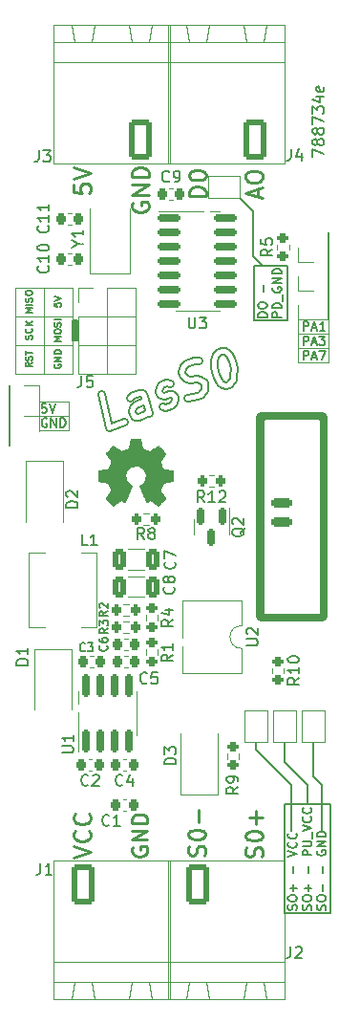
<source format=gto>
%TF.GenerationSoftware,KiCad,Pcbnew,(5.99.0-11393-ga06b95bb1f)*%
%TF.CreationDate,2021-07-10T21:53:40+02:00*%
%TF.ProjectId,LasS0,4c617353-302e-46b6-9963-61645f706362,v0.1*%
%TF.SameCoordinates,Original*%
%TF.FileFunction,Legend,Top*%
%TF.FilePolarity,Positive*%
%FSLAX46Y46*%
G04 Gerber Fmt 4.6, Leading zero omitted, Abs format (unit mm)*
G04 Created by KiCad (PCBNEW (5.99.0-11393-ga06b95bb1f)) date 2021-07-10 21:53:40*
%MOMM*%
%LPD*%
G01*
G04 APERTURE LIST*
G04 Aperture macros list*
%AMRoundRect*
0 Rectangle with rounded corners*
0 $1 Rounding radius*
0 $2 $3 $4 $5 $6 $7 $8 $9 X,Y pos of 4 corners*
0 Add a 4 corners polygon primitive as box body*
4,1,4,$2,$3,$4,$5,$6,$7,$8,$9,$2,$3,0*
0 Add four circle primitives for the rounded corners*
1,1,$1+$1,$2,$3*
1,1,$1+$1,$4,$5*
1,1,$1+$1,$6,$7*
1,1,$1+$1,$8,$9*
0 Add four rect primitives between the rounded corners*
20,1,$1+$1,$2,$3,$4,$5,0*
20,1,$1+$1,$4,$5,$6,$7,0*
20,1,$1+$1,$6,$7,$8,$9,0*
20,1,$1+$1,$8,$9,$2,$3,0*%
%AMFreePoly0*
4,1,6,1.000000,0.000000,0.500000,-0.750000,-0.500000,-0.750000,-0.500000,0.750000,0.500000,0.750000,1.000000,0.000000,1.000000,0.000000,$1*%
%AMFreePoly1*
4,1,6,0.500000,-0.750000,-0.650000,-0.750000,-0.150000,0.000000,-0.650000,0.750000,0.500000,0.750000,0.500000,-0.750000,0.500000,-0.750000,$1*%
G04 Aperture macros list end*
%ADD10C,0.120000*%
%ADD11C,0.150000*%
%ADD12C,0.250000*%
%ADD13C,0.750000*%
%ADD14C,0.010000*%
%ADD15C,1.000000*%
%ADD16C,0.400000*%
%ADD17R,2.400000X2.000000*%
%ADD18RoundRect,0.225000X-0.225000X-0.250000X0.225000X-0.250000X0.225000X0.250000X-0.225000X0.250000X0*%
%ADD19RoundRect,0.249999X0.790001X1.550001X-0.790001X1.550001X-0.790001X-1.550001X0.790001X-1.550001X0*%
%ADD20O,2.080000X3.600000*%
%ADD21RoundRect,0.200000X0.200000X0.275000X-0.200000X0.275000X-0.200000X-0.275000X0.200000X-0.275000X0*%
%ADD22RoundRect,0.150000X-0.825000X-0.150000X0.825000X-0.150000X0.825000X0.150000X-0.825000X0.150000X0*%
%ADD23FreePoly0,270.000000*%
%ADD24FreePoly1,270.000000*%
%ADD25RoundRect,0.250000X-0.325000X-0.650000X0.325000X-0.650000X0.325000X0.650000X-0.325000X0.650000X0*%
%ADD26R,1.700000X1.700000*%
%ADD27R,1.780000X2.000000*%
%ADD28RoundRect,0.200000X-0.275000X0.200000X-0.275000X-0.200000X0.275000X-0.200000X0.275000X0.200000X0*%
%ADD29R,1.800000X2.500000*%
%ADD30FreePoly0,180.000000*%
%ADD31FreePoly1,180.000000*%
%ADD32RoundRect,0.150000X-0.150000X0.587500X-0.150000X-0.587500X0.150000X-0.587500X0.150000X0.587500X0*%
%ADD33RoundRect,0.225000X0.225000X0.250000X-0.225000X0.250000X-0.225000X-0.250000X0.225000X-0.250000X0*%
%ADD34C,5.700000*%
%ADD35RoundRect,0.200000X0.275000X-0.200000X0.275000X0.200000X-0.275000X0.200000X-0.275000X-0.200000X0*%
%ADD36O,1.600000X1.600000*%
%ADD37C,1.600000*%
%ADD38RoundRect,0.225000X0.675000X-0.225000X0.675000X0.225000X-0.675000X0.225000X-0.675000X-0.225000X0*%
%ADD39RoundRect,0.200000X-0.200000X-0.275000X0.200000X-0.275000X0.200000X0.275000X-0.200000X0.275000X0*%
%ADD40RoundRect,0.249999X-0.790001X-1.550001X0.790001X-1.550001X0.790001X1.550001X-0.790001X1.550001X0*%
%ADD41O,1.700000X1.700000*%
%ADD42R,3.000000X1.950000*%
%ADD43FreePoly0,90.000000*%
%ADD44FreePoly1,90.000000*%
%ADD45RoundRect,0.150000X0.150000X-0.825000X0.150000X0.825000X-0.150000X0.825000X-0.150000X-0.825000X0*%
%ADD46C,0.800000*%
G04 APERTURE END LIST*
D10*
X159962000Y-84212000D02*
X162629000Y-84212000D01*
X162629000Y-84212000D02*
X162629000Y-82942000D01*
X162629000Y-82942000D02*
X159962000Y-82942000D01*
X159962000Y-82942000D02*
X159962000Y-84212000D01*
D11*
X156847000Y-78183000D02*
X155958000Y-77294000D01*
X156212000Y-120982000D02*
X156212000Y-120350000D01*
D10*
X159962000Y-86752000D02*
X162629000Y-86752000D01*
X162629000Y-86752000D02*
X162629000Y-85482000D01*
X162629000Y-85482000D02*
X159962000Y-85482000D01*
X159962000Y-85482000D02*
X159962000Y-86752000D01*
D11*
X155958000Y-73338000D02*
X155958000Y-77294000D01*
D10*
X136968000Y-91458000D02*
X139635000Y-91458000D01*
X139635000Y-91458000D02*
X139635000Y-90188000D01*
X139635000Y-90188000D02*
X136968000Y-90188000D01*
X136968000Y-90188000D02*
X136968000Y-91458000D01*
D11*
X162054000Y-128094000D02*
X162054000Y-124157000D01*
X159387000Y-125300000D02*
X159387000Y-124157000D01*
X154818000Y-72198000D02*
X155958000Y-73338000D01*
X159387000Y-124157000D02*
X156720000Y-121490000D01*
X160784000Y-124157000D02*
X160784000Y-125808000D01*
X156085000Y-83009000D02*
X159006000Y-83009000D01*
X159006000Y-83009000D02*
X159006000Y-78183000D01*
X159006000Y-78183000D02*
X156085000Y-78183000D01*
X156085000Y-78183000D02*
X156085000Y-83009000D01*
X162054000Y-124157000D02*
X161292000Y-123395000D01*
X159387000Y-128221000D02*
X159387000Y-125300000D01*
D10*
X159962000Y-85482000D02*
X162629000Y-85482000D01*
X162629000Y-85482000D02*
X162629000Y-84212000D01*
X162629000Y-84212000D02*
X159962000Y-84212000D01*
X159962000Y-84212000D02*
X159962000Y-85482000D01*
D11*
X158752000Y-120350000D02*
X158752000Y-122125000D01*
X161292000Y-123395000D02*
X161292000Y-120350000D01*
X156720000Y-121490000D02*
X156212000Y-120982000D01*
D10*
X136968000Y-92728000D02*
X139635000Y-92728000D01*
X139635000Y-92728000D02*
X139635000Y-91458000D01*
X139635000Y-91458000D02*
X136968000Y-91458000D01*
X136968000Y-91458000D02*
X136968000Y-92728000D01*
D11*
X158752000Y-122125000D02*
X160784000Y-124157000D01*
X158750000Y-135460000D02*
X162814000Y-135460000D01*
X162814000Y-135460000D02*
X162814000Y-125808000D01*
X162814000Y-125808000D02*
X158750000Y-125808000D01*
X158750000Y-125808000D02*
X158750000Y-135460000D01*
D12*
X145302000Y-72594857D02*
X145230571Y-72737714D01*
X145230571Y-72952000D01*
X145302000Y-73166285D01*
X145444857Y-73309142D01*
X145587714Y-73380571D01*
X145873428Y-73452000D01*
X146087714Y-73452000D01*
X146373428Y-73380571D01*
X146516285Y-73309142D01*
X146659142Y-73166285D01*
X146730571Y-72952000D01*
X146730571Y-72809142D01*
X146659142Y-72594857D01*
X146587714Y-72523428D01*
X146087714Y-72523428D01*
X146087714Y-72809142D01*
X146730571Y-71880571D02*
X145230571Y-71880571D01*
X146730571Y-71023428D01*
X145230571Y-71023428D01*
X146730571Y-70309142D02*
X145230571Y-70309142D01*
X145230571Y-69952000D01*
X145302000Y-69737714D01*
X145444857Y-69594857D01*
X145587714Y-69523428D01*
X145873428Y-69452000D01*
X146087714Y-69452000D01*
X146373428Y-69523428D01*
X146516285Y-69594857D01*
X146659142Y-69737714D01*
X146730571Y-69952000D01*
X146730571Y-70309142D01*
D11*
X160436976Y-83920904D02*
X160436976Y-83120904D01*
X160741738Y-83120904D01*
X160817928Y-83159000D01*
X160856023Y-83197095D01*
X160894119Y-83273285D01*
X160894119Y-83387571D01*
X160856023Y-83463761D01*
X160817928Y-83501857D01*
X160741738Y-83539952D01*
X160436976Y-83539952D01*
X161198880Y-83692333D02*
X161579833Y-83692333D01*
X161122690Y-83920904D02*
X161389357Y-83120904D01*
X161656023Y-83920904D01*
X162341738Y-83920904D02*
X161884595Y-83920904D01*
X162113166Y-83920904D02*
X162113166Y-83120904D01*
X162036976Y-83235190D01*
X161960785Y-83311380D01*
X161884595Y-83349476D01*
X160436976Y-85208904D02*
X160436976Y-84408904D01*
X160741738Y-84408904D01*
X160817928Y-84447000D01*
X160856023Y-84485095D01*
X160894119Y-84561285D01*
X160894119Y-84675571D01*
X160856023Y-84751761D01*
X160817928Y-84789857D01*
X160741738Y-84827952D01*
X160436976Y-84827952D01*
X161198880Y-84980333D02*
X161579833Y-84980333D01*
X161122690Y-85208904D02*
X161389357Y-84408904D01*
X161656023Y-85208904D01*
X161846500Y-84408904D02*
X162341738Y-84408904D01*
X162075071Y-84713666D01*
X162189357Y-84713666D01*
X162265547Y-84751761D01*
X162303642Y-84789857D01*
X162341738Y-84866047D01*
X162341738Y-85056523D01*
X162303642Y-85132714D01*
X162265547Y-85170809D01*
X162189357Y-85208904D01*
X161960785Y-85208904D01*
X161884595Y-85170809D01*
X161846500Y-85132714D01*
X160436976Y-86496904D02*
X160436976Y-85696904D01*
X160741738Y-85696904D01*
X160817928Y-85735000D01*
X160856023Y-85773095D01*
X160894119Y-85849285D01*
X160894119Y-85963571D01*
X160856023Y-86039761D01*
X160817928Y-86077857D01*
X160741738Y-86115952D01*
X160436976Y-86115952D01*
X161198880Y-86268333D02*
X161579833Y-86268333D01*
X161122690Y-86496904D02*
X161389357Y-85696904D01*
X161656023Y-86496904D01*
X161846500Y-85696904D02*
X162379833Y-85696904D01*
X162036976Y-86496904D01*
D12*
X140068571Y-130575000D02*
X141568571Y-130075000D01*
X140068571Y-129575000D01*
X141425714Y-128217857D02*
X141497142Y-128289285D01*
X141568571Y-128503571D01*
X141568571Y-128646428D01*
X141497142Y-128860714D01*
X141354285Y-129003571D01*
X141211428Y-129075000D01*
X140925714Y-129146428D01*
X140711428Y-129146428D01*
X140425714Y-129075000D01*
X140282857Y-129003571D01*
X140140000Y-128860714D01*
X140068571Y-128646428D01*
X140068571Y-128503571D01*
X140140000Y-128289285D01*
X140211428Y-128217857D01*
X141425714Y-126717857D02*
X141497142Y-126789285D01*
X141568571Y-127003571D01*
X141568571Y-127146428D01*
X141497142Y-127360714D01*
X141354285Y-127503571D01*
X141211428Y-127575000D01*
X140925714Y-127646428D01*
X140711428Y-127646428D01*
X140425714Y-127575000D01*
X140282857Y-127503571D01*
X140140000Y-127360714D01*
X140068571Y-127146428D01*
X140068571Y-127003571D01*
X140140000Y-126789285D01*
X140211428Y-126717857D01*
D11*
X159817809Y-135210119D02*
X159855904Y-135095833D01*
X159855904Y-134905357D01*
X159817809Y-134829166D01*
X159779714Y-134791071D01*
X159703523Y-134752976D01*
X159627333Y-134752976D01*
X159551142Y-134791071D01*
X159513047Y-134829166D01*
X159474952Y-134905357D01*
X159436857Y-135057738D01*
X159398761Y-135133928D01*
X159360666Y-135172023D01*
X159284476Y-135210119D01*
X159208285Y-135210119D01*
X159132095Y-135172023D01*
X159094000Y-135133928D01*
X159055904Y-135057738D01*
X159055904Y-134867261D01*
X159094000Y-134752976D01*
X159055904Y-134257738D02*
X159055904Y-134105357D01*
X159094000Y-134029166D01*
X159170190Y-133952976D01*
X159322571Y-133914880D01*
X159589238Y-133914880D01*
X159741619Y-133952976D01*
X159817809Y-134029166D01*
X159855904Y-134105357D01*
X159855904Y-134257738D01*
X159817809Y-134333928D01*
X159741619Y-134410119D01*
X159589238Y-134448214D01*
X159322571Y-134448214D01*
X159170190Y-134410119D01*
X159094000Y-134333928D01*
X159055904Y-134257738D01*
X159551142Y-133572023D02*
X159551142Y-132962500D01*
X159855904Y-133267261D02*
X159246380Y-133267261D01*
X159551142Y-131972023D02*
X159551142Y-131362500D01*
X159055904Y-130486309D02*
X159855904Y-130219642D01*
X159055904Y-129952976D01*
X159779714Y-129229166D02*
X159817809Y-129267261D01*
X159855904Y-129381547D01*
X159855904Y-129457738D01*
X159817809Y-129572023D01*
X159741619Y-129648214D01*
X159665428Y-129686309D01*
X159513047Y-129724404D01*
X159398761Y-129724404D01*
X159246380Y-129686309D01*
X159170190Y-129648214D01*
X159094000Y-129572023D01*
X159055904Y-129457738D01*
X159055904Y-129381547D01*
X159094000Y-129267261D01*
X159132095Y-129229166D01*
X159779714Y-128429166D02*
X159817809Y-128467261D01*
X159855904Y-128581547D01*
X159855904Y-128657738D01*
X159817809Y-128772023D01*
X159741619Y-128848214D01*
X159665428Y-128886309D01*
X159513047Y-128924404D01*
X159398761Y-128924404D01*
X159246380Y-128886309D01*
X159170190Y-128848214D01*
X159094000Y-128772023D01*
X159055904Y-128657738D01*
X159055904Y-128581547D01*
X159094000Y-128467261D01*
X159132095Y-128429166D01*
X161105809Y-135210119D02*
X161143904Y-135095833D01*
X161143904Y-134905357D01*
X161105809Y-134829166D01*
X161067714Y-134791071D01*
X160991523Y-134752976D01*
X160915333Y-134752976D01*
X160839142Y-134791071D01*
X160801047Y-134829166D01*
X160762952Y-134905357D01*
X160724857Y-135057738D01*
X160686761Y-135133928D01*
X160648666Y-135172023D01*
X160572476Y-135210119D01*
X160496285Y-135210119D01*
X160420095Y-135172023D01*
X160382000Y-135133928D01*
X160343904Y-135057738D01*
X160343904Y-134867261D01*
X160382000Y-134752976D01*
X160343904Y-134257738D02*
X160343904Y-134105357D01*
X160382000Y-134029166D01*
X160458190Y-133952976D01*
X160610571Y-133914880D01*
X160877238Y-133914880D01*
X161029619Y-133952976D01*
X161105809Y-134029166D01*
X161143904Y-134105357D01*
X161143904Y-134257738D01*
X161105809Y-134333928D01*
X161029619Y-134410119D01*
X160877238Y-134448214D01*
X160610571Y-134448214D01*
X160458190Y-134410119D01*
X160382000Y-134333928D01*
X160343904Y-134257738D01*
X160839142Y-133572023D02*
X160839142Y-132962500D01*
X161143904Y-133267261D02*
X160534380Y-133267261D01*
X160839142Y-131972023D02*
X160839142Y-131362500D01*
X161143904Y-130372023D02*
X160343904Y-130372023D01*
X160343904Y-130067261D01*
X160382000Y-129991071D01*
X160420095Y-129952976D01*
X160496285Y-129914880D01*
X160610571Y-129914880D01*
X160686761Y-129952976D01*
X160724857Y-129991071D01*
X160762952Y-130067261D01*
X160762952Y-130372023D01*
X160343904Y-129572023D02*
X160991523Y-129572023D01*
X161067714Y-129533928D01*
X161105809Y-129495833D01*
X161143904Y-129419642D01*
X161143904Y-129267261D01*
X161105809Y-129191071D01*
X161067714Y-129152976D01*
X160991523Y-129114880D01*
X160343904Y-129114880D01*
X161220095Y-128924404D02*
X161220095Y-128314880D01*
X160343904Y-128238690D02*
X161143904Y-127972023D01*
X160343904Y-127705357D01*
X161067714Y-126981547D02*
X161105809Y-127019642D01*
X161143904Y-127133928D01*
X161143904Y-127210119D01*
X161105809Y-127324404D01*
X161029619Y-127400595D01*
X160953428Y-127438690D01*
X160801047Y-127476785D01*
X160686761Y-127476785D01*
X160534380Y-127438690D01*
X160458190Y-127400595D01*
X160382000Y-127324404D01*
X160343904Y-127210119D01*
X160343904Y-127133928D01*
X160382000Y-127019642D01*
X160420095Y-126981547D01*
X161067714Y-126181547D02*
X161105809Y-126219642D01*
X161143904Y-126333928D01*
X161143904Y-126410119D01*
X161105809Y-126524404D01*
X161029619Y-126600595D01*
X160953428Y-126638690D01*
X160801047Y-126676785D01*
X160686761Y-126676785D01*
X160534380Y-126638690D01*
X160458190Y-126600595D01*
X160382000Y-126524404D01*
X160343904Y-126410119D01*
X160343904Y-126333928D01*
X160382000Y-126219642D01*
X160420095Y-126181547D01*
X162393809Y-135210119D02*
X162431904Y-135095833D01*
X162431904Y-134905357D01*
X162393809Y-134829166D01*
X162355714Y-134791071D01*
X162279523Y-134752976D01*
X162203333Y-134752976D01*
X162127142Y-134791071D01*
X162089047Y-134829166D01*
X162050952Y-134905357D01*
X162012857Y-135057738D01*
X161974761Y-135133928D01*
X161936666Y-135172023D01*
X161860476Y-135210119D01*
X161784285Y-135210119D01*
X161708095Y-135172023D01*
X161670000Y-135133928D01*
X161631904Y-135057738D01*
X161631904Y-134867261D01*
X161670000Y-134752976D01*
X161631904Y-134257738D02*
X161631904Y-134105357D01*
X161670000Y-134029166D01*
X161746190Y-133952976D01*
X161898571Y-133914880D01*
X162165238Y-133914880D01*
X162317619Y-133952976D01*
X162393809Y-134029166D01*
X162431904Y-134105357D01*
X162431904Y-134257738D01*
X162393809Y-134333928D01*
X162317619Y-134410119D01*
X162165238Y-134448214D01*
X161898571Y-134448214D01*
X161746190Y-134410119D01*
X161670000Y-134333928D01*
X161631904Y-134257738D01*
X162127142Y-133572023D02*
X162127142Y-132962500D01*
X162127142Y-131972023D02*
X162127142Y-131362500D01*
X161670000Y-129952976D02*
X161631904Y-130029166D01*
X161631904Y-130143452D01*
X161670000Y-130257738D01*
X161746190Y-130333928D01*
X161822380Y-130372023D01*
X161974761Y-130410119D01*
X162089047Y-130410119D01*
X162241428Y-130372023D01*
X162317619Y-130333928D01*
X162393809Y-130257738D01*
X162431904Y-130143452D01*
X162431904Y-130067261D01*
X162393809Y-129952976D01*
X162355714Y-129914880D01*
X162089047Y-129914880D01*
X162089047Y-130067261D01*
X162431904Y-129572023D02*
X161631904Y-129572023D01*
X162431904Y-129114880D01*
X161631904Y-129114880D01*
X162431904Y-128733928D02*
X161631904Y-128733928D01*
X161631904Y-128543452D01*
X161670000Y-128429166D01*
X161746190Y-128352976D01*
X161822380Y-128314880D01*
X161974761Y-128276785D01*
X162089047Y-128276785D01*
X162241428Y-128314880D01*
X162317619Y-128352976D01*
X162393809Y-128429166D01*
X162431904Y-128543452D01*
X162431904Y-128733928D01*
D12*
X151779371Y-72024142D02*
X150279371Y-72024142D01*
X150279371Y-71667000D01*
X150350800Y-71452714D01*
X150493657Y-71309857D01*
X150636514Y-71238428D01*
X150922228Y-71167000D01*
X151136514Y-71167000D01*
X151422228Y-71238428D01*
X151565085Y-71309857D01*
X151707942Y-71452714D01*
X151779371Y-71667000D01*
X151779371Y-72024142D01*
X150279371Y-70238428D02*
X150279371Y-70095571D01*
X150350800Y-69952714D01*
X150422228Y-69881285D01*
X150565085Y-69809857D01*
X150850800Y-69738428D01*
X151207942Y-69738428D01*
X151493657Y-69809857D01*
X151636514Y-69881285D01*
X151707942Y-69952714D01*
X151779371Y-70095571D01*
X151779371Y-70238428D01*
X151707942Y-70381285D01*
X151636514Y-70452714D01*
X151493657Y-70524142D01*
X151207942Y-70595571D01*
X150850800Y-70595571D01*
X150565085Y-70524142D01*
X150422228Y-70452714D01*
X150350800Y-70381285D01*
X150279371Y-70238428D01*
X156380000Y-72059857D02*
X156380000Y-71345571D01*
X156808571Y-72202714D02*
X155308571Y-71702714D01*
X156808571Y-71202714D01*
X155308571Y-70417000D02*
X155308571Y-70131285D01*
X155380000Y-69988428D01*
X155522857Y-69845571D01*
X155808571Y-69774142D01*
X156308571Y-69774142D01*
X156594285Y-69845571D01*
X156737142Y-69988428D01*
X156808571Y-70131285D01*
X156808571Y-70417000D01*
X156737142Y-70559857D01*
X156594285Y-70702714D01*
X156308571Y-70774142D01*
X155808571Y-70774142D01*
X155522857Y-70702714D01*
X155380000Y-70559857D01*
X155308571Y-70417000D01*
X140068571Y-70975714D02*
X140068571Y-71690000D01*
X140782857Y-71761428D01*
X140711428Y-71690000D01*
X140640000Y-71547142D01*
X140640000Y-71190000D01*
X140711428Y-71047142D01*
X140782857Y-70975714D01*
X140925714Y-70904285D01*
X141282857Y-70904285D01*
X141425714Y-70975714D01*
X141497142Y-71047142D01*
X141568571Y-71190000D01*
X141568571Y-71547142D01*
X141497142Y-71690000D01*
X141425714Y-71761428D01*
X140068571Y-70475714D02*
X141568571Y-69975714D01*
X140068571Y-69475714D01*
D11*
X161252380Y-68498857D02*
X161252380Y-67832190D01*
X162252380Y-68260761D01*
X161680952Y-67308380D02*
X161633333Y-67403619D01*
X161585714Y-67451238D01*
X161490476Y-67498857D01*
X161442857Y-67498857D01*
X161347619Y-67451238D01*
X161300000Y-67403619D01*
X161252380Y-67308380D01*
X161252380Y-67117904D01*
X161300000Y-67022666D01*
X161347619Y-66975047D01*
X161442857Y-66927428D01*
X161490476Y-66927428D01*
X161585714Y-66975047D01*
X161633333Y-67022666D01*
X161680952Y-67117904D01*
X161680952Y-67308380D01*
X161728571Y-67403619D01*
X161776190Y-67451238D01*
X161871428Y-67498857D01*
X162061904Y-67498857D01*
X162157142Y-67451238D01*
X162204761Y-67403619D01*
X162252380Y-67308380D01*
X162252380Y-67117904D01*
X162204761Y-67022666D01*
X162157142Y-66975047D01*
X162061904Y-66927428D01*
X161871428Y-66927428D01*
X161776190Y-66975047D01*
X161728571Y-67022666D01*
X161680952Y-67117904D01*
X161680952Y-66356000D02*
X161633333Y-66451238D01*
X161585714Y-66498857D01*
X161490476Y-66546476D01*
X161442857Y-66546476D01*
X161347619Y-66498857D01*
X161300000Y-66451238D01*
X161252380Y-66356000D01*
X161252380Y-66165523D01*
X161300000Y-66070285D01*
X161347619Y-66022666D01*
X161442857Y-65975047D01*
X161490476Y-65975047D01*
X161585714Y-66022666D01*
X161633333Y-66070285D01*
X161680952Y-66165523D01*
X161680952Y-66356000D01*
X161728571Y-66451238D01*
X161776190Y-66498857D01*
X161871428Y-66546476D01*
X162061904Y-66546476D01*
X162157142Y-66498857D01*
X162204761Y-66451238D01*
X162252380Y-66356000D01*
X162252380Y-66165523D01*
X162204761Y-66070285D01*
X162157142Y-66022666D01*
X162061904Y-65975047D01*
X161871428Y-65975047D01*
X161776190Y-66022666D01*
X161728571Y-66070285D01*
X161680952Y-66165523D01*
X161252380Y-65641714D02*
X161252380Y-64975047D01*
X162252380Y-65403619D01*
X161252380Y-64689333D02*
X161252380Y-64070285D01*
X161633333Y-64403619D01*
X161633333Y-64260761D01*
X161680952Y-64165523D01*
X161728571Y-64117904D01*
X161823809Y-64070285D01*
X162061904Y-64070285D01*
X162157142Y-64117904D01*
X162204761Y-64165523D01*
X162252380Y-64260761D01*
X162252380Y-64546476D01*
X162204761Y-64641714D01*
X162157142Y-64689333D01*
X161585714Y-63213142D02*
X162252380Y-63213142D01*
X161204761Y-63451238D02*
X161919047Y-63689333D01*
X161919047Y-63070285D01*
X162204761Y-62308380D02*
X162252380Y-62403619D01*
X162252380Y-62594095D01*
X162204761Y-62689333D01*
X162109523Y-62736952D01*
X161728571Y-62736952D01*
X161633333Y-62689333D01*
X161585714Y-62594095D01*
X161585714Y-62403619D01*
X161633333Y-62308380D01*
X161728571Y-62260761D01*
X161823809Y-62260761D01*
X161919047Y-62736952D01*
D12*
X145270000Y-129668666D02*
X145203333Y-129802000D01*
X145203333Y-130002000D01*
X145270000Y-130202000D01*
X145403333Y-130335333D01*
X145536666Y-130402000D01*
X145803333Y-130468666D01*
X146003333Y-130468666D01*
X146270000Y-130402000D01*
X146403333Y-130335333D01*
X146536666Y-130202000D01*
X146603333Y-130002000D01*
X146603333Y-129868666D01*
X146536666Y-129668666D01*
X146470000Y-129602000D01*
X146003333Y-129602000D01*
X146003333Y-129868666D01*
X146603333Y-129002000D02*
X145203333Y-129002000D01*
X146603333Y-128202000D01*
X145203333Y-128202000D01*
X146603333Y-127535333D02*
X145203333Y-127535333D01*
X145203333Y-127202000D01*
X145270000Y-127002000D01*
X145403333Y-126868666D01*
X145536666Y-126802000D01*
X145803333Y-126735333D01*
X146003333Y-126735333D01*
X146270000Y-126802000D01*
X146403333Y-126868666D01*
X146536666Y-127002000D01*
X146603333Y-127202000D01*
X146603333Y-127535333D01*
X151657142Y-130392428D02*
X151728571Y-130178142D01*
X151728571Y-129821000D01*
X151657142Y-129678142D01*
X151585714Y-129606714D01*
X151442857Y-129535285D01*
X151300000Y-129535285D01*
X151157142Y-129606714D01*
X151085714Y-129678142D01*
X151014285Y-129821000D01*
X150942857Y-130106714D01*
X150871428Y-130249571D01*
X150800000Y-130321000D01*
X150657142Y-130392428D01*
X150514285Y-130392428D01*
X150371428Y-130321000D01*
X150300000Y-130249571D01*
X150228571Y-130106714D01*
X150228571Y-129749571D01*
X150300000Y-129535285D01*
X150228571Y-128606714D02*
X150228571Y-128463857D01*
X150300000Y-128321000D01*
X150371428Y-128249571D01*
X150514285Y-128178142D01*
X150800000Y-128106714D01*
X151157142Y-128106714D01*
X151442857Y-128178142D01*
X151585714Y-128249571D01*
X151657142Y-128321000D01*
X151728571Y-128463857D01*
X151728571Y-128606714D01*
X151657142Y-128749571D01*
X151585714Y-128821000D01*
X151442857Y-128892428D01*
X151157142Y-128963857D01*
X150800000Y-128963857D01*
X150514285Y-128892428D01*
X150371428Y-128821000D01*
X150300000Y-128749571D01*
X150228571Y-128606714D01*
X151157142Y-127463857D02*
X151157142Y-126321000D01*
D11*
X157199904Y-82721023D02*
X156399904Y-82721023D01*
X156399904Y-82530547D01*
X156438000Y-82416261D01*
X156514190Y-82340071D01*
X156590380Y-82301976D01*
X156742761Y-82263880D01*
X156857047Y-82263880D01*
X157009428Y-82301976D01*
X157085619Y-82340071D01*
X157161809Y-82416261D01*
X157199904Y-82530547D01*
X157199904Y-82721023D01*
X156399904Y-81768642D02*
X156399904Y-81616261D01*
X156438000Y-81540071D01*
X156514190Y-81463880D01*
X156666571Y-81425785D01*
X156933238Y-81425785D01*
X157085619Y-81463880D01*
X157161809Y-81540071D01*
X157199904Y-81616261D01*
X157199904Y-81768642D01*
X157161809Y-81844833D01*
X157085619Y-81921023D01*
X156933238Y-81959119D01*
X156666571Y-81959119D01*
X156514190Y-81921023D01*
X156438000Y-81844833D01*
X156399904Y-81768642D01*
X156895142Y-80473404D02*
X156895142Y-79863880D01*
X158487904Y-82721023D02*
X157687904Y-82721023D01*
X157687904Y-82416261D01*
X157726000Y-82340071D01*
X157764095Y-82301976D01*
X157840285Y-82263880D01*
X157954571Y-82263880D01*
X158030761Y-82301976D01*
X158068857Y-82340071D01*
X158106952Y-82416261D01*
X158106952Y-82721023D01*
X158487904Y-81921023D02*
X157687904Y-81921023D01*
X157687904Y-81730547D01*
X157726000Y-81616261D01*
X157802190Y-81540071D01*
X157878380Y-81501976D01*
X158030761Y-81463880D01*
X158145047Y-81463880D01*
X158297428Y-81501976D01*
X158373619Y-81540071D01*
X158449809Y-81616261D01*
X158487904Y-81730547D01*
X158487904Y-81921023D01*
X158564095Y-81311500D02*
X158564095Y-80701976D01*
X157726000Y-80092452D02*
X157687904Y-80168642D01*
X157687904Y-80282928D01*
X157726000Y-80397214D01*
X157802190Y-80473404D01*
X157878380Y-80511500D01*
X158030761Y-80549595D01*
X158145047Y-80549595D01*
X158297428Y-80511500D01*
X158373619Y-80473404D01*
X158449809Y-80397214D01*
X158487904Y-80282928D01*
X158487904Y-80206738D01*
X158449809Y-80092452D01*
X158411714Y-80054357D01*
X158145047Y-80054357D01*
X158145047Y-80206738D01*
X158487904Y-79711500D02*
X157687904Y-79711500D01*
X158487904Y-79254357D01*
X157687904Y-79254357D01*
X158487904Y-78873404D02*
X157687904Y-78873404D01*
X157687904Y-78682928D01*
X157726000Y-78568642D01*
X157802190Y-78492452D01*
X157878380Y-78454357D01*
X158030761Y-78416261D01*
X158145047Y-78416261D01*
X158297428Y-78454357D01*
X158373619Y-78492452D01*
X158449809Y-78568642D01*
X158487904Y-78682928D01*
X158487904Y-78873404D01*
D12*
X156737142Y-130519428D02*
X156808571Y-130305142D01*
X156808571Y-129948000D01*
X156737142Y-129805142D01*
X156665714Y-129733714D01*
X156522857Y-129662285D01*
X156380000Y-129662285D01*
X156237142Y-129733714D01*
X156165714Y-129805142D01*
X156094285Y-129948000D01*
X156022857Y-130233714D01*
X155951428Y-130376571D01*
X155880000Y-130448000D01*
X155737142Y-130519428D01*
X155594285Y-130519428D01*
X155451428Y-130448000D01*
X155380000Y-130376571D01*
X155308571Y-130233714D01*
X155308571Y-129876571D01*
X155380000Y-129662285D01*
X155308571Y-128733714D02*
X155308571Y-128590857D01*
X155380000Y-128448000D01*
X155451428Y-128376571D01*
X155594285Y-128305142D01*
X155880000Y-128233714D01*
X156237142Y-128233714D01*
X156522857Y-128305142D01*
X156665714Y-128376571D01*
X156737142Y-128448000D01*
X156808571Y-128590857D01*
X156808571Y-128733714D01*
X156737142Y-128876571D01*
X156665714Y-128948000D01*
X156522857Y-129019428D01*
X156237142Y-129090857D01*
X155880000Y-129090857D01*
X155594285Y-129019428D01*
X155451428Y-128948000D01*
X155380000Y-128876571D01*
X155308571Y-128733714D01*
X156237142Y-127590857D02*
X156237142Y-126448000D01*
X156808571Y-127019428D02*
X155665714Y-127019428D01*
D13*
X144560663Y-92016527D02*
X143218245Y-92505127D01*
X142544570Y-89557792D01*
X146708532Y-91234767D02*
X146355655Y-89690924D01*
X146157253Y-89459086D01*
X145856690Y-89416457D01*
X145319723Y-89611897D01*
X145083319Y-89849966D01*
X146676452Y-91094417D02*
X146440049Y-91332487D01*
X145768840Y-91576787D01*
X145468276Y-91534158D01*
X145269875Y-91302319D01*
X145205715Y-91021620D01*
X145275797Y-90692062D01*
X145512201Y-90453992D01*
X146183410Y-90209692D01*
X146419814Y-89971623D01*
X147884629Y-90654677D02*
X148185192Y-90697307D01*
X148722159Y-90501866D01*
X148958563Y-90263797D01*
X149028645Y-89934238D01*
X148996566Y-89793889D01*
X148798164Y-89562051D01*
X148497601Y-89519421D01*
X148094875Y-89666001D01*
X147794312Y-89623372D01*
X147595911Y-89391534D01*
X147563831Y-89251184D01*
X147633913Y-88921626D01*
X147870317Y-88683556D01*
X148273042Y-88536976D01*
X148573606Y-88579605D01*
X150166739Y-89824057D02*
X150601545Y-89817826D01*
X151272754Y-89573526D01*
X151509157Y-89335457D01*
X151611319Y-89146247D01*
X151681402Y-88816689D01*
X151617242Y-88535990D01*
X151418841Y-88304152D01*
X151252519Y-88212662D01*
X150951956Y-88170033D01*
X150382909Y-88225124D01*
X150082345Y-88182495D01*
X149916024Y-88091005D01*
X149717622Y-87859167D01*
X149653463Y-87578468D01*
X149723545Y-87248909D01*
X149825707Y-87059700D01*
X150062111Y-86821631D01*
X150733320Y-86577331D01*
X151168125Y-86571100D01*
X152881189Y-85795570D02*
X153149672Y-85697850D01*
X153450236Y-85740480D01*
X153616557Y-85831969D01*
X153814959Y-86063807D01*
X154077519Y-86576345D01*
X154237918Y-87278091D01*
X154231996Y-87888348D01*
X154161914Y-88217907D01*
X154059752Y-88407116D01*
X153823348Y-88645186D01*
X153554864Y-88742906D01*
X153254301Y-88700276D01*
X153087979Y-88608787D01*
X152889578Y-88376949D01*
X152627017Y-87864411D01*
X152466618Y-87162665D01*
X152472540Y-86552408D01*
X152542623Y-86222849D01*
X152644785Y-86033640D01*
X152881189Y-85795570D01*
D11*
X137636928Y-90375904D02*
X137255976Y-90375904D01*
X137217880Y-90756857D01*
X137255976Y-90718761D01*
X137332166Y-90680666D01*
X137522642Y-90680666D01*
X137598833Y-90718761D01*
X137636928Y-90756857D01*
X137675023Y-90833047D01*
X137675023Y-91023523D01*
X137636928Y-91099714D01*
X137598833Y-91137809D01*
X137522642Y-91175904D01*
X137332166Y-91175904D01*
X137255976Y-91137809D01*
X137217880Y-91099714D01*
X137903595Y-90375904D02*
X138170261Y-91175904D01*
X138436928Y-90375904D01*
X137675023Y-91702000D02*
X137598833Y-91663904D01*
X137484547Y-91663904D01*
X137370261Y-91702000D01*
X137294071Y-91778190D01*
X137255976Y-91854380D01*
X137217880Y-92006761D01*
X137217880Y-92121047D01*
X137255976Y-92273428D01*
X137294071Y-92349619D01*
X137370261Y-92425809D01*
X137484547Y-92463904D01*
X137560738Y-92463904D01*
X137675023Y-92425809D01*
X137713119Y-92387714D01*
X137713119Y-92121047D01*
X137560738Y-92121047D01*
X138055976Y-92463904D02*
X138055976Y-91663904D01*
X138513119Y-92463904D01*
X138513119Y-91663904D01*
X138894071Y-92463904D02*
X138894071Y-91663904D01*
X139084547Y-91663904D01*
X139198833Y-91702000D01*
X139275023Y-91778190D01*
X139313119Y-91854380D01*
X139351214Y-92006761D01*
X139351214Y-92121047D01*
X139313119Y-92273428D01*
X139275023Y-92349619D01*
X139198833Y-92425809D01*
X139084547Y-92463904D01*
X138894071Y-92463904D01*
%TO.C,Y1*%
X140434190Y-76246190D02*
X140910380Y-76246190D01*
X139910380Y-76579523D02*
X140434190Y-76246190D01*
X139910380Y-75912857D01*
X140910380Y-75055714D02*
X140910380Y-75627142D01*
X140910380Y-75341428D02*
X139910380Y-75341428D01*
X140053238Y-75436666D01*
X140148476Y-75531904D01*
X140196095Y-75627142D01*
%TO.C,C11*%
X137773142Y-74634857D02*
X137820761Y-74682476D01*
X137868380Y-74825333D01*
X137868380Y-74920571D01*
X137820761Y-75063428D01*
X137725523Y-75158666D01*
X137630285Y-75206285D01*
X137439809Y-75253904D01*
X137296952Y-75253904D01*
X137106476Y-75206285D01*
X137011238Y-75158666D01*
X136916000Y-75063428D01*
X136868380Y-74920571D01*
X136868380Y-74825333D01*
X136916000Y-74682476D01*
X136963619Y-74634857D01*
X137868380Y-73682476D02*
X137868380Y-74253904D01*
X137868380Y-73968190D02*
X136868380Y-73968190D01*
X137011238Y-74063428D01*
X137106476Y-74158666D01*
X137154095Y-74253904D01*
X137868380Y-72730095D02*
X137868380Y-73301523D01*
X137868380Y-73015809D02*
X136868380Y-73015809D01*
X137011238Y-73111047D01*
X137106476Y-73206285D01*
X137154095Y-73301523D01*
%TO.C,J3*%
X137000666Y-67956380D02*
X137000666Y-68670666D01*
X136953047Y-68813523D01*
X136857809Y-68908761D01*
X136714952Y-68956380D01*
X136619714Y-68956380D01*
X137381619Y-67956380D02*
X138000666Y-67956380D01*
X137667333Y-68337333D01*
X137810190Y-68337333D01*
X137905428Y-68384952D01*
X137953047Y-68432571D01*
X138000666Y-68527809D01*
X138000666Y-68765904D01*
X137953047Y-68861142D01*
X137905428Y-68908761D01*
X137810190Y-68956380D01*
X137524476Y-68956380D01*
X137429238Y-68908761D01*
X137381619Y-68861142D01*
%TO.C,R12*%
X151633642Y-99116880D02*
X151300309Y-98640690D01*
X151062214Y-99116880D02*
X151062214Y-98116880D01*
X151443166Y-98116880D01*
X151538404Y-98164500D01*
X151586023Y-98212119D01*
X151633642Y-98307357D01*
X151633642Y-98450214D01*
X151586023Y-98545452D01*
X151538404Y-98593071D01*
X151443166Y-98640690D01*
X151062214Y-98640690D01*
X152586023Y-99116880D02*
X152014595Y-99116880D01*
X152300309Y-99116880D02*
X152300309Y-98116880D01*
X152205071Y-98259738D01*
X152109833Y-98354976D01*
X152014595Y-98402595D01*
X152966976Y-98212119D02*
X153014595Y-98164500D01*
X153109833Y-98116880D01*
X153347928Y-98116880D01*
X153443166Y-98164500D01*
X153490785Y-98212119D01*
X153538404Y-98307357D01*
X153538404Y-98402595D01*
X153490785Y-98545452D01*
X152919357Y-99116880D01*
X153538404Y-99116880D01*
%TO.C,U3*%
X150268495Y-82715380D02*
X150268495Y-83524904D01*
X150316114Y-83620142D01*
X150363733Y-83667761D01*
X150458971Y-83715380D01*
X150649447Y-83715380D01*
X150744685Y-83667761D01*
X150792304Y-83620142D01*
X150839923Y-83524904D01*
X150839923Y-82715380D01*
X151220876Y-82715380D02*
X151839923Y-82715380D01*
X151506590Y-83096333D01*
X151649447Y-83096333D01*
X151744685Y-83143952D01*
X151792304Y-83191571D01*
X151839923Y-83286809D01*
X151839923Y-83524904D01*
X151792304Y-83620142D01*
X151744685Y-83667761D01*
X151649447Y-83715380D01*
X151363733Y-83715380D01*
X151268495Y-83667761D01*
X151220876Y-83620142D01*
%TO.C,C8*%
X148917942Y-106618266D02*
X148965561Y-106665885D01*
X149013180Y-106808742D01*
X149013180Y-106903980D01*
X148965561Y-107046838D01*
X148870323Y-107142076D01*
X148775085Y-107189695D01*
X148584609Y-107237314D01*
X148441752Y-107237314D01*
X148251276Y-107189695D01*
X148156038Y-107142076D01*
X148060800Y-107046838D01*
X148013180Y-106903980D01*
X148013180Y-106808742D01*
X148060800Y-106665885D01*
X148108419Y-106618266D01*
X148441752Y-106046838D02*
X148394133Y-106142076D01*
X148346514Y-106189695D01*
X148251276Y-106237314D01*
X148203657Y-106237314D01*
X148108419Y-106189695D01*
X148060800Y-106142076D01*
X148013180Y-106046838D01*
X148013180Y-105856361D01*
X148060800Y-105761123D01*
X148108419Y-105713504D01*
X148203657Y-105665885D01*
X148251276Y-105665885D01*
X148346514Y-105713504D01*
X148394133Y-105761123D01*
X148441752Y-105856361D01*
X148441752Y-106046838D01*
X148489371Y-106142076D01*
X148536990Y-106189695D01*
X148632228Y-106237314D01*
X148822704Y-106237314D01*
X148917942Y-106189695D01*
X148965561Y-106142076D01*
X149013180Y-106046838D01*
X149013180Y-105856361D01*
X148965561Y-105761123D01*
X148917942Y-105713504D01*
X148822704Y-105665885D01*
X148632228Y-105665885D01*
X148536990Y-105713504D01*
X148489371Y-105761123D01*
X148441752Y-105856361D01*
%TO.C,C3*%
X141069800Y-112256657D02*
X141034085Y-112292371D01*
X140926942Y-112328085D01*
X140855514Y-112328085D01*
X140748371Y-112292371D01*
X140676942Y-112220942D01*
X140641228Y-112149514D01*
X140605514Y-112006657D01*
X140605514Y-111899514D01*
X140641228Y-111756657D01*
X140676942Y-111685228D01*
X140748371Y-111613800D01*
X140855514Y-111578085D01*
X140926942Y-111578085D01*
X141034085Y-111613800D01*
X141069800Y-111649514D01*
X141319800Y-111578085D02*
X141784085Y-111578085D01*
X141534085Y-111863800D01*
X141641228Y-111863800D01*
X141712657Y-111899514D01*
X141748371Y-111935228D01*
X141784085Y-112006657D01*
X141784085Y-112185228D01*
X141748371Y-112256657D01*
X141712657Y-112292371D01*
X141641228Y-112328085D01*
X141426942Y-112328085D01*
X141355514Y-112292371D01*
X141319800Y-112256657D01*
%TO.C,U2*%
X155372380Y-111810904D02*
X156181904Y-111810904D01*
X156277142Y-111763285D01*
X156324761Y-111715666D01*
X156372380Y-111620428D01*
X156372380Y-111429952D01*
X156324761Y-111334714D01*
X156277142Y-111287095D01*
X156181904Y-111239476D01*
X155372380Y-111239476D01*
X155467619Y-110810904D02*
X155420000Y-110763285D01*
X155372380Y-110668047D01*
X155372380Y-110429952D01*
X155420000Y-110334714D01*
X155467619Y-110287095D01*
X155562857Y-110239476D01*
X155658095Y-110239476D01*
X155800952Y-110287095D01*
X156372380Y-110858523D01*
X156372380Y-110239476D01*
%TO.C,R5*%
X157680380Y-76698666D02*
X157204190Y-77032000D01*
X157680380Y-77270095D02*
X156680380Y-77270095D01*
X156680380Y-76889142D01*
X156728000Y-76793904D01*
X156775619Y-76746285D01*
X156870857Y-76698666D01*
X157013714Y-76698666D01*
X157108952Y-76746285D01*
X157156571Y-76793904D01*
X157204190Y-76889142D01*
X157204190Y-77270095D01*
X156680380Y-75793904D02*
X156680380Y-76270095D01*
X157156571Y-76317714D01*
X157108952Y-76270095D01*
X157061333Y-76174857D01*
X157061333Y-75936761D01*
X157108952Y-75841523D01*
X157156571Y-75793904D01*
X157251809Y-75746285D01*
X157489904Y-75746285D01*
X157585142Y-75793904D01*
X157632761Y-75841523D01*
X157680380Y-75936761D01*
X157680380Y-76174857D01*
X157632761Y-76270095D01*
X157585142Y-76317714D01*
%TO.C,D1*%
X136008380Y-113539695D02*
X135008380Y-113539695D01*
X135008380Y-113301600D01*
X135056000Y-113158742D01*
X135151238Y-113063504D01*
X135246476Y-113015885D01*
X135436952Y-112968266D01*
X135579809Y-112968266D01*
X135770285Y-113015885D01*
X135865523Y-113063504D01*
X135960761Y-113158742D01*
X136008380Y-113301600D01*
X136008380Y-113539695D01*
X136008380Y-112015885D02*
X136008380Y-112587314D01*
X136008380Y-112301600D02*
X135008380Y-112301600D01*
X135151238Y-112396838D01*
X135246476Y-112492076D01*
X135294095Y-112587314D01*
%TO.C,C5*%
X146565333Y-115089142D02*
X146517714Y-115136761D01*
X146374857Y-115184380D01*
X146279619Y-115184380D01*
X146136761Y-115136761D01*
X146041523Y-115041523D01*
X145993904Y-114946285D01*
X145946285Y-114755809D01*
X145946285Y-114612952D01*
X145993904Y-114422476D01*
X146041523Y-114327238D01*
X146136761Y-114232000D01*
X146279619Y-114184380D01*
X146374857Y-114184380D01*
X146517714Y-114232000D01*
X146565333Y-114279619D01*
X147470095Y-114184380D02*
X146993904Y-114184380D01*
X146946285Y-114660571D01*
X146993904Y-114612952D01*
X147089142Y-114565333D01*
X147327238Y-114565333D01*
X147422476Y-114612952D01*
X147470095Y-114660571D01*
X147517714Y-114755809D01*
X147517714Y-114993904D01*
X147470095Y-115089142D01*
X147422476Y-115136761D01*
X147327238Y-115184380D01*
X147089142Y-115184380D01*
X146993904Y-115136761D01*
X146946285Y-115089142D01*
%TO.C,Q2*%
X155224119Y-101393738D02*
X155176500Y-101488976D01*
X155081261Y-101584214D01*
X154938404Y-101727071D01*
X154890785Y-101822309D01*
X154890785Y-101917547D01*
X155128880Y-101869928D02*
X155081261Y-101965166D01*
X154986023Y-102060404D01*
X154795547Y-102108023D01*
X154462214Y-102108023D01*
X154271738Y-102060404D01*
X154176500Y-101965166D01*
X154128880Y-101869928D01*
X154128880Y-101679452D01*
X154176500Y-101584214D01*
X154271738Y-101488976D01*
X154462214Y-101441357D01*
X154795547Y-101441357D01*
X154986023Y-101488976D01*
X155081261Y-101584214D01*
X155128880Y-101679452D01*
X155128880Y-101869928D01*
X154224119Y-101060404D02*
X154176500Y-101012785D01*
X154128880Y-100917547D01*
X154128880Y-100679452D01*
X154176500Y-100584214D01*
X154224119Y-100536595D01*
X154319357Y-100488976D01*
X154414595Y-100488976D01*
X154557452Y-100536595D01*
X155128880Y-101108023D01*
X155128880Y-100488976D01*
%TO.C,R10*%
X160044380Y-114663657D02*
X159568190Y-114996990D01*
X160044380Y-115235085D02*
X159044380Y-115235085D01*
X159044380Y-114854133D01*
X159092000Y-114758895D01*
X159139619Y-114711276D01*
X159234857Y-114663657D01*
X159377714Y-114663657D01*
X159472952Y-114711276D01*
X159520571Y-114758895D01*
X159568190Y-114854133D01*
X159568190Y-115235085D01*
X160044380Y-113711276D02*
X160044380Y-114282704D01*
X160044380Y-113996990D02*
X159044380Y-113996990D01*
X159187238Y-114092228D01*
X159282476Y-114187466D01*
X159330095Y-114282704D01*
X159044380Y-113092228D02*
X159044380Y-112996990D01*
X159092000Y-112901752D01*
X159139619Y-112854133D01*
X159234857Y-112806514D01*
X159425333Y-112758895D01*
X159663428Y-112758895D01*
X159853904Y-112806514D01*
X159949142Y-112854133D01*
X159996761Y-112901752D01*
X160044380Y-112996990D01*
X160044380Y-113092228D01*
X159996761Y-113187466D01*
X159949142Y-113235085D01*
X159853904Y-113282704D01*
X159663428Y-113330323D01*
X159425333Y-113330323D01*
X159234857Y-113282704D01*
X159139619Y-113235085D01*
X159092000Y-113187466D01*
X159044380Y-113092228D01*
%TO.C,R4*%
X148868380Y-109501666D02*
X148392190Y-109835000D01*
X148868380Y-110073095D02*
X147868380Y-110073095D01*
X147868380Y-109692142D01*
X147916000Y-109596904D01*
X147963619Y-109549285D01*
X148058857Y-109501666D01*
X148201714Y-109501666D01*
X148296952Y-109549285D01*
X148344571Y-109596904D01*
X148392190Y-109692142D01*
X148392190Y-110073095D01*
X148201714Y-108644523D02*
X148868380Y-108644523D01*
X147820761Y-108882619D02*
X148535047Y-109120714D01*
X148535047Y-108501666D01*
%TO.C,C2*%
X141358333Y-124139142D02*
X141310714Y-124186761D01*
X141167857Y-124234380D01*
X141072619Y-124234380D01*
X140929761Y-124186761D01*
X140834523Y-124091523D01*
X140786904Y-123996285D01*
X140739285Y-123805809D01*
X140739285Y-123662952D01*
X140786904Y-123472476D01*
X140834523Y-123377238D01*
X140929761Y-123282000D01*
X141072619Y-123234380D01*
X141167857Y-123234380D01*
X141310714Y-123282000D01*
X141358333Y-123329619D01*
X141739285Y-123329619D02*
X141786904Y-123282000D01*
X141882142Y-123234380D01*
X142120238Y-123234380D01*
X142215476Y-123282000D01*
X142263095Y-123329619D01*
X142310714Y-123424857D01*
X142310714Y-123520095D01*
X142263095Y-123662952D01*
X141691666Y-124234380D01*
X142310714Y-124234380D01*
%TO.C,D3*%
X149129380Y-122328095D02*
X148129380Y-122328095D01*
X148129380Y-122090000D01*
X148177000Y-121947142D01*
X148272238Y-121851904D01*
X148367476Y-121804285D01*
X148557952Y-121756666D01*
X148700809Y-121756666D01*
X148891285Y-121804285D01*
X148986523Y-121851904D01*
X149081761Y-121947142D01*
X149129380Y-122090000D01*
X149129380Y-122328095D01*
X148129380Y-121423333D02*
X148129380Y-120804285D01*
X148510333Y-121137619D01*
X148510333Y-120994761D01*
X148557952Y-120899523D01*
X148605571Y-120851904D01*
X148700809Y-120804285D01*
X148938904Y-120804285D01*
X149034142Y-120851904D01*
X149081761Y-120899523D01*
X149129380Y-120994761D01*
X149129380Y-121280476D01*
X149081761Y-121375714D01*
X149034142Y-121423333D01*
%TO.C,J4*%
X159352666Y-67829380D02*
X159352666Y-68543666D01*
X159305047Y-68686523D01*
X159209809Y-68781761D01*
X159066952Y-68829380D01*
X158971714Y-68829380D01*
X160257428Y-68162714D02*
X160257428Y-68829380D01*
X160019333Y-67781761D02*
X159781238Y-68496047D01*
X160400285Y-68496047D01*
%TO.C,R1*%
X148835380Y-112612666D02*
X148359190Y-112946000D01*
X148835380Y-113184095D02*
X147835380Y-113184095D01*
X147835380Y-112803142D01*
X147883000Y-112707904D01*
X147930619Y-112660285D01*
X148025857Y-112612666D01*
X148168714Y-112612666D01*
X148263952Y-112660285D01*
X148311571Y-112707904D01*
X148359190Y-112803142D01*
X148359190Y-113184095D01*
X148835380Y-111660285D02*
X148835380Y-112231714D01*
X148835380Y-111946000D02*
X147835380Y-111946000D01*
X147978238Y-112041238D01*
X148073476Y-112136476D01*
X148121095Y-112231714D01*
%TO.C,R8*%
X146311333Y-102384380D02*
X145978000Y-101908190D01*
X145739904Y-102384380D02*
X145739904Y-101384380D01*
X146120857Y-101384380D01*
X146216095Y-101432000D01*
X146263714Y-101479619D01*
X146311333Y-101574857D01*
X146311333Y-101717714D01*
X146263714Y-101812952D01*
X146216095Y-101860571D01*
X146120857Y-101908190D01*
X145739904Y-101908190D01*
X146882761Y-101812952D02*
X146787523Y-101765333D01*
X146739904Y-101717714D01*
X146692285Y-101622476D01*
X146692285Y-101574857D01*
X146739904Y-101479619D01*
X146787523Y-101432000D01*
X146882761Y-101384380D01*
X147073238Y-101384380D01*
X147168476Y-101432000D01*
X147216095Y-101479619D01*
X147263714Y-101574857D01*
X147263714Y-101622476D01*
X147216095Y-101717714D01*
X147168476Y-101765333D01*
X147073238Y-101812952D01*
X146882761Y-101812952D01*
X146787523Y-101860571D01*
X146739904Y-101908190D01*
X146692285Y-102003428D01*
X146692285Y-102193904D01*
X146739904Y-102289142D01*
X146787523Y-102336761D01*
X146882761Y-102384380D01*
X147073238Y-102384380D01*
X147168476Y-102336761D01*
X147216095Y-102289142D01*
X147263714Y-102193904D01*
X147263714Y-102003428D01*
X147216095Y-101908190D01*
X147168476Y-101860571D01*
X147073238Y-101812952D01*
%TO.C,D2*%
X140413380Y-99595095D02*
X139413380Y-99595095D01*
X139413380Y-99357000D01*
X139461000Y-99214142D01*
X139556238Y-99118904D01*
X139651476Y-99071285D01*
X139841952Y-99023666D01*
X139984809Y-99023666D01*
X140175285Y-99071285D01*
X140270523Y-99118904D01*
X140365761Y-99214142D01*
X140413380Y-99357000D01*
X140413380Y-99595095D01*
X139508619Y-98642714D02*
X139461000Y-98595095D01*
X139413380Y-98499857D01*
X139413380Y-98261761D01*
X139461000Y-98166523D01*
X139508619Y-98118904D01*
X139603857Y-98071285D01*
X139699095Y-98071285D01*
X139841952Y-98118904D01*
X140413380Y-98690333D01*
X140413380Y-98071285D01*
%TO.C,C1*%
X143218333Y-127689142D02*
X143170714Y-127736761D01*
X143027857Y-127784380D01*
X142932619Y-127784380D01*
X142789761Y-127736761D01*
X142694523Y-127641523D01*
X142646904Y-127546285D01*
X142599285Y-127355809D01*
X142599285Y-127212952D01*
X142646904Y-127022476D01*
X142694523Y-126927238D01*
X142789761Y-126832000D01*
X142932619Y-126784380D01*
X143027857Y-126784380D01*
X143170714Y-126832000D01*
X143218333Y-126879619D01*
X144170714Y-127784380D02*
X143599285Y-127784380D01*
X143885000Y-127784380D02*
X143885000Y-126784380D01*
X143789761Y-126927238D01*
X143694523Y-127022476D01*
X143599285Y-127070095D01*
%TO.C,R2*%
X143058085Y-108761000D02*
X142700942Y-109011000D01*
X143058085Y-109189571D02*
X142308085Y-109189571D01*
X142308085Y-108903857D01*
X142343800Y-108832428D01*
X142379514Y-108796714D01*
X142450942Y-108761000D01*
X142558085Y-108761000D01*
X142629514Y-108796714D01*
X142665228Y-108832428D01*
X142700942Y-108903857D01*
X142700942Y-109189571D01*
X142379514Y-108475285D02*
X142343800Y-108439571D01*
X142308085Y-108368142D01*
X142308085Y-108189571D01*
X142343800Y-108118142D01*
X142379514Y-108082428D01*
X142450942Y-108046714D01*
X142522371Y-108046714D01*
X142629514Y-108082428D01*
X143058085Y-108511000D01*
X143058085Y-108046714D01*
%TO.C,R3*%
X143108885Y-110285000D02*
X142751742Y-110535000D01*
X143108885Y-110713571D02*
X142358885Y-110713571D01*
X142358885Y-110427857D01*
X142394600Y-110356428D01*
X142430314Y-110320714D01*
X142501742Y-110285000D01*
X142608885Y-110285000D01*
X142680314Y-110320714D01*
X142716028Y-110356428D01*
X142751742Y-110427857D01*
X142751742Y-110713571D01*
X142358885Y-110035000D02*
X142358885Y-109570714D01*
X142644600Y-109820714D01*
X142644600Y-109713571D01*
X142680314Y-109642142D01*
X142716028Y-109606428D01*
X142787457Y-109570714D01*
X142966028Y-109570714D01*
X143037457Y-109606428D01*
X143073171Y-109642142D01*
X143108885Y-109713571D01*
X143108885Y-109927857D01*
X143073171Y-109999285D01*
X143037457Y-110035000D01*
%TO.C,J1*%
X137127666Y-131075380D02*
X137127666Y-131789666D01*
X137080047Y-131932523D01*
X136984809Y-132027761D01*
X136841952Y-132075380D01*
X136746714Y-132075380D01*
X138127666Y-132075380D02*
X137556238Y-132075380D01*
X137841952Y-132075380D02*
X137841952Y-131075380D01*
X137746714Y-131218238D01*
X137651476Y-131313476D01*
X137556238Y-131361095D01*
%TO.C,R9*%
X154632380Y-124323666D02*
X154156190Y-124657000D01*
X154632380Y-124895095D02*
X153632380Y-124895095D01*
X153632380Y-124514142D01*
X153680000Y-124418904D01*
X153727619Y-124371285D01*
X153822857Y-124323666D01*
X153965714Y-124323666D01*
X154060952Y-124371285D01*
X154108571Y-124418904D01*
X154156190Y-124514142D01*
X154156190Y-124895095D01*
X154632380Y-123847476D02*
X154632380Y-123657000D01*
X154584761Y-123561761D01*
X154537142Y-123514142D01*
X154394285Y-123418904D01*
X154203809Y-123371285D01*
X153822857Y-123371285D01*
X153727619Y-123418904D01*
X153680000Y-123466523D01*
X153632380Y-123561761D01*
X153632380Y-123752238D01*
X153680000Y-123847476D01*
X153727619Y-123895095D01*
X153822857Y-123942714D01*
X154060952Y-123942714D01*
X154156190Y-123895095D01*
X154203809Y-123847476D01*
X154251428Y-123752238D01*
X154251428Y-123561761D01*
X154203809Y-123466523D01*
X154156190Y-123418904D01*
X154060952Y-123371285D01*
%TO.C,C4*%
X144406333Y-124131542D02*
X144358714Y-124179161D01*
X144215857Y-124226780D01*
X144120619Y-124226780D01*
X143977761Y-124179161D01*
X143882523Y-124083923D01*
X143834904Y-123988685D01*
X143787285Y-123798209D01*
X143787285Y-123655352D01*
X143834904Y-123464876D01*
X143882523Y-123369638D01*
X143977761Y-123274400D01*
X144120619Y-123226780D01*
X144215857Y-123226780D01*
X144358714Y-123274400D01*
X144406333Y-123322019D01*
X145263476Y-123560114D02*
X145263476Y-124226780D01*
X145025380Y-123179161D02*
X144787285Y-123893447D01*
X145406333Y-123893447D01*
%TO.C,J5*%
X140765666Y-87922380D02*
X140765666Y-88636666D01*
X140718047Y-88779523D01*
X140622809Y-88874761D01*
X140479952Y-88922380D01*
X140384714Y-88922380D01*
X141718047Y-87922380D02*
X141241857Y-87922380D01*
X141194238Y-88398571D01*
X141241857Y-88350952D01*
X141337095Y-88303333D01*
X141575190Y-88303333D01*
X141670428Y-88350952D01*
X141718047Y-88398571D01*
X141765666Y-88493809D01*
X141765666Y-88731904D01*
X141718047Y-88827142D01*
X141670428Y-88874761D01*
X141575190Y-88922380D01*
X141337095Y-88922380D01*
X141241857Y-88874761D01*
X141194238Y-88827142D01*
X136363457Y-84669428D02*
X136392028Y-84583714D01*
X136392028Y-84440857D01*
X136363457Y-84383714D01*
X136334885Y-84355142D01*
X136277742Y-84326571D01*
X136220600Y-84326571D01*
X136163457Y-84355142D01*
X136134885Y-84383714D01*
X136106314Y-84440857D01*
X136077742Y-84555142D01*
X136049171Y-84612285D01*
X136020600Y-84640857D01*
X135963457Y-84669428D01*
X135906314Y-84669428D01*
X135849171Y-84640857D01*
X135820600Y-84612285D01*
X135792028Y-84555142D01*
X135792028Y-84412285D01*
X135820600Y-84326571D01*
X136334885Y-83726571D02*
X136363457Y-83755142D01*
X136392028Y-83840857D01*
X136392028Y-83898000D01*
X136363457Y-83983714D01*
X136306314Y-84040857D01*
X136249171Y-84069428D01*
X136134885Y-84098000D01*
X136049171Y-84098000D01*
X135934885Y-84069428D01*
X135877742Y-84040857D01*
X135820600Y-83983714D01*
X135792028Y-83898000D01*
X135792028Y-83840857D01*
X135820600Y-83755142D01*
X135849171Y-83726571D01*
X136392028Y-83469428D02*
X135792028Y-83469428D01*
X136392028Y-83126571D02*
X136049171Y-83383714D01*
X135792028Y-83126571D02*
X136134885Y-83469428D01*
X136392028Y-86766571D02*
X136106314Y-86966571D01*
X136392028Y-87109428D02*
X135792028Y-87109428D01*
X135792028Y-86880857D01*
X135820600Y-86823714D01*
X135849171Y-86795142D01*
X135906314Y-86766571D01*
X135992028Y-86766571D01*
X136049171Y-86795142D01*
X136077742Y-86823714D01*
X136106314Y-86880857D01*
X136106314Y-87109428D01*
X136363457Y-86538000D02*
X136392028Y-86452285D01*
X136392028Y-86309428D01*
X136363457Y-86252285D01*
X136334885Y-86223714D01*
X136277742Y-86195142D01*
X136220600Y-86195142D01*
X136163457Y-86223714D01*
X136134885Y-86252285D01*
X136106314Y-86309428D01*
X136077742Y-86423714D01*
X136049171Y-86480857D01*
X136020600Y-86509428D01*
X135963457Y-86538000D01*
X135906314Y-86538000D01*
X135849171Y-86509428D01*
X135820600Y-86480857D01*
X135792028Y-86423714D01*
X135792028Y-86280857D01*
X135820600Y-86195142D01*
X135792028Y-86023714D02*
X135792028Y-85680857D01*
X136392028Y-85852285D02*
X135792028Y-85852285D01*
X136392028Y-82300857D02*
X135792028Y-82300857D01*
X136220600Y-82100857D01*
X135792028Y-81900857D01*
X136392028Y-81900857D01*
X136392028Y-81615142D02*
X135792028Y-81615142D01*
X136363457Y-81358000D02*
X136392028Y-81272285D01*
X136392028Y-81129428D01*
X136363457Y-81072285D01*
X136334885Y-81043714D01*
X136277742Y-81015142D01*
X136220600Y-81015142D01*
X136163457Y-81043714D01*
X136134885Y-81072285D01*
X136106314Y-81129428D01*
X136077742Y-81243714D01*
X136049171Y-81300857D01*
X136020600Y-81329428D01*
X135963457Y-81358000D01*
X135906314Y-81358000D01*
X135849171Y-81329428D01*
X135820600Y-81300857D01*
X135792028Y-81243714D01*
X135792028Y-81100857D01*
X135820600Y-81015142D01*
X135792028Y-80643714D02*
X135792028Y-80529428D01*
X135820600Y-80472285D01*
X135877742Y-80415142D01*
X135992028Y-80386571D01*
X136192028Y-80386571D01*
X136306314Y-80415142D01*
X136363457Y-80472285D01*
X136392028Y-80529428D01*
X136392028Y-80643714D01*
X136363457Y-80700857D01*
X136306314Y-80758000D01*
X136192028Y-80786571D01*
X135992028Y-80786571D01*
X135877742Y-80758000D01*
X135820600Y-80700857D01*
X135792028Y-80643714D01*
X138360600Y-86895142D02*
X138332028Y-86952285D01*
X138332028Y-87038000D01*
X138360600Y-87123714D01*
X138417742Y-87180857D01*
X138474885Y-87209428D01*
X138589171Y-87238000D01*
X138674885Y-87238000D01*
X138789171Y-87209428D01*
X138846314Y-87180857D01*
X138903457Y-87123714D01*
X138932028Y-87038000D01*
X138932028Y-86980857D01*
X138903457Y-86895142D01*
X138874885Y-86866571D01*
X138674885Y-86866571D01*
X138674885Y-86980857D01*
X138932028Y-86609428D02*
X138332028Y-86609428D01*
X138932028Y-86266571D01*
X138332028Y-86266571D01*
X138932028Y-85980857D02*
X138332028Y-85980857D01*
X138332028Y-85838000D01*
X138360600Y-85752285D01*
X138417742Y-85695142D01*
X138474885Y-85666571D01*
X138589171Y-85638000D01*
X138674885Y-85638000D01*
X138789171Y-85666571D01*
X138846314Y-85695142D01*
X138903457Y-85752285D01*
X138932028Y-85838000D01*
X138932028Y-85980857D01*
X138332028Y-81472285D02*
X138332028Y-81758000D01*
X138617742Y-81786571D01*
X138589171Y-81758000D01*
X138560600Y-81700857D01*
X138560600Y-81558000D01*
X138589171Y-81500857D01*
X138617742Y-81472285D01*
X138674885Y-81443714D01*
X138817742Y-81443714D01*
X138874885Y-81472285D01*
X138903457Y-81500857D01*
X138932028Y-81558000D01*
X138932028Y-81700857D01*
X138903457Y-81758000D01*
X138874885Y-81786571D01*
X138332028Y-81272285D02*
X138932028Y-81072285D01*
X138332028Y-80872285D01*
X138932028Y-84840857D02*
X138332028Y-84840857D01*
X138760600Y-84640857D01*
X138332028Y-84440857D01*
X138932028Y-84440857D01*
X138332028Y-84040857D02*
X138332028Y-83926571D01*
X138360600Y-83869428D01*
X138417742Y-83812285D01*
X138532028Y-83783714D01*
X138732028Y-83783714D01*
X138846314Y-83812285D01*
X138903457Y-83869428D01*
X138932028Y-83926571D01*
X138932028Y-84040857D01*
X138903457Y-84098000D01*
X138846314Y-84155142D01*
X138732028Y-84183714D01*
X138532028Y-84183714D01*
X138417742Y-84155142D01*
X138360600Y-84098000D01*
X138332028Y-84040857D01*
X138903457Y-83555142D02*
X138932028Y-83469428D01*
X138932028Y-83326571D01*
X138903457Y-83269428D01*
X138874885Y-83240857D01*
X138817742Y-83212285D01*
X138760600Y-83212285D01*
X138703457Y-83240857D01*
X138674885Y-83269428D01*
X138646314Y-83326571D01*
X138617742Y-83440857D01*
X138589171Y-83498000D01*
X138560600Y-83526571D01*
X138503457Y-83555142D01*
X138446314Y-83555142D01*
X138389171Y-83526571D01*
X138360600Y-83498000D01*
X138332028Y-83440857D01*
X138332028Y-83298000D01*
X138360600Y-83212285D01*
X138932028Y-82955142D02*
X138332028Y-82955142D01*
%TO.C,L1*%
X141282133Y-102941580D02*
X140805942Y-102941580D01*
X140805942Y-101941580D01*
X142139276Y-102941580D02*
X141567847Y-102941580D01*
X141853561Y-102941580D02*
X141853561Y-101941580D01*
X141758323Y-102084438D01*
X141663085Y-102179676D01*
X141567847Y-102227295D01*
%TO.C,J2*%
X159307666Y-138468380D02*
X159307666Y-139182666D01*
X159260047Y-139325523D01*
X159164809Y-139420761D01*
X159021952Y-139468380D01*
X158926714Y-139468380D01*
X159736238Y-138563619D02*
X159783857Y-138516000D01*
X159879095Y-138468380D01*
X160117190Y-138468380D01*
X160212428Y-138516000D01*
X160260047Y-138563619D01*
X160307666Y-138658857D01*
X160307666Y-138754095D01*
X160260047Y-138896952D01*
X159688619Y-139468380D01*
X160307666Y-139468380D01*
%TO.C,C7*%
X149019542Y-104383066D02*
X149067161Y-104430685D01*
X149114780Y-104573542D01*
X149114780Y-104668780D01*
X149067161Y-104811638D01*
X148971923Y-104906876D01*
X148876685Y-104954495D01*
X148686209Y-105002114D01*
X148543352Y-105002114D01*
X148352876Y-104954495D01*
X148257638Y-104906876D01*
X148162400Y-104811638D01*
X148114780Y-104668780D01*
X148114780Y-104573542D01*
X148162400Y-104430685D01*
X148210019Y-104383066D01*
X148114780Y-104049733D02*
X148114780Y-103383066D01*
X149114780Y-103811638D01*
%TO.C,U1*%
X139021580Y-121285104D02*
X139831104Y-121285104D01*
X139926342Y-121237485D01*
X139973961Y-121189866D01*
X140021580Y-121094628D01*
X140021580Y-120904152D01*
X139973961Y-120808914D01*
X139926342Y-120761295D01*
X139831104Y-120713676D01*
X139021580Y-120713676D01*
X140021580Y-119713676D02*
X140021580Y-120285104D01*
X140021580Y-119999390D02*
X139021580Y-119999390D01*
X139164438Y-120094628D01*
X139259676Y-120189866D01*
X139307295Y-120285104D01*
%TO.C,C6*%
X142986657Y-111809000D02*
X143022371Y-111844714D01*
X143058085Y-111951857D01*
X143058085Y-112023285D01*
X143022371Y-112130428D01*
X142950942Y-112201857D01*
X142879514Y-112237571D01*
X142736657Y-112273285D01*
X142629514Y-112273285D01*
X142486657Y-112237571D01*
X142415228Y-112201857D01*
X142343800Y-112130428D01*
X142308085Y-112023285D01*
X142308085Y-111951857D01*
X142343800Y-111844714D01*
X142379514Y-111809000D01*
X142308085Y-111166142D02*
X142308085Y-111309000D01*
X142343800Y-111380428D01*
X142379514Y-111416142D01*
X142486657Y-111487571D01*
X142629514Y-111523285D01*
X142915228Y-111523285D01*
X142986657Y-111487571D01*
X143022371Y-111451857D01*
X143058085Y-111380428D01*
X143058085Y-111237571D01*
X143022371Y-111166142D01*
X142986657Y-111130428D01*
X142915228Y-111094714D01*
X142736657Y-111094714D01*
X142665228Y-111130428D01*
X142629514Y-111166142D01*
X142593800Y-111237571D01*
X142593800Y-111380428D01*
X142629514Y-111451857D01*
X142665228Y-111487571D01*
X142736657Y-111523285D01*
%TO.C,C9*%
X148526933Y-70666142D02*
X148479314Y-70713761D01*
X148336457Y-70761380D01*
X148241219Y-70761380D01*
X148098361Y-70713761D01*
X148003123Y-70618523D01*
X147955504Y-70523285D01*
X147907885Y-70332809D01*
X147907885Y-70189952D01*
X147955504Y-69999476D01*
X148003123Y-69904238D01*
X148098361Y-69809000D01*
X148241219Y-69761380D01*
X148336457Y-69761380D01*
X148479314Y-69809000D01*
X148526933Y-69856619D01*
X149003123Y-70761380D02*
X149193600Y-70761380D01*
X149288838Y-70713761D01*
X149336457Y-70666142D01*
X149431695Y-70523285D01*
X149479314Y-70332809D01*
X149479314Y-69951857D01*
X149431695Y-69856619D01*
X149384076Y-69809000D01*
X149288838Y-69761380D01*
X149098361Y-69761380D01*
X149003123Y-69809000D01*
X148955504Y-69856619D01*
X148907885Y-69951857D01*
X148907885Y-70189952D01*
X148955504Y-70285190D01*
X149003123Y-70332809D01*
X149098361Y-70380428D01*
X149288838Y-70380428D01*
X149384076Y-70332809D01*
X149431695Y-70285190D01*
X149479314Y-70189952D01*
%TO.C,C10*%
X137773142Y-78190857D02*
X137820761Y-78238476D01*
X137868380Y-78381333D01*
X137868380Y-78476571D01*
X137820761Y-78619428D01*
X137725523Y-78714666D01*
X137630285Y-78762285D01*
X137439809Y-78809904D01*
X137296952Y-78809904D01*
X137106476Y-78762285D01*
X137011238Y-78714666D01*
X136916000Y-78619428D01*
X136868380Y-78476571D01*
X136868380Y-78381333D01*
X136916000Y-78238476D01*
X136963619Y-78190857D01*
X137868380Y-77238476D02*
X137868380Y-77809904D01*
X137868380Y-77524190D02*
X136868380Y-77524190D01*
X137011238Y-77619428D01*
X137106476Y-77714666D01*
X137154095Y-77809904D01*
X136868380Y-76619428D02*
X136868380Y-76524190D01*
X136916000Y-76428952D01*
X136963619Y-76381333D01*
X137058857Y-76333714D01*
X137249333Y-76286095D01*
X137487428Y-76286095D01*
X137677904Y-76333714D01*
X137773142Y-76381333D01*
X137820761Y-76428952D01*
X137868380Y-76524190D01*
X137868380Y-76619428D01*
X137820761Y-76714666D01*
X137773142Y-76762285D01*
X137677904Y-76809904D01*
X137487428Y-76857523D01*
X137249333Y-76857523D01*
X137058857Y-76809904D01*
X136963619Y-76762285D01*
X136916000Y-76714666D01*
X136868380Y-76619428D01*
D10*
%TO.C,Y1*%
X145058000Y-78820000D02*
X145058000Y-73070000D01*
X141458000Y-73070000D02*
X141458000Y-78820000D01*
X141458000Y-78820000D02*
X145058000Y-78820000D01*
%TO.C,C11*%
X139561420Y-73482000D02*
X139842580Y-73482000D01*
X139561420Y-74502000D02*
X139842580Y-74502000D01*
%TO.C,J3*%
X141640000Y-58380000D02*
X141890000Y-56880000D01*
X141890000Y-56880000D02*
X139890000Y-56880000D01*
X139890000Y-56880000D02*
X140140000Y-58380000D01*
X148570000Y-56880000D02*
X138270000Y-56880000D01*
X145220000Y-58380000D02*
X146720000Y-58380000D01*
X148570000Y-69100000D02*
X148570000Y-56880000D01*
X140140000Y-58380000D02*
X141640000Y-58380000D01*
X148570000Y-60180000D02*
X138270000Y-60180000D01*
X138270000Y-69100000D02*
X148570000Y-69100000D01*
X144970000Y-56880000D02*
X145220000Y-58380000D01*
X146970000Y-56880000D02*
X144970000Y-56880000D01*
X138270000Y-60180000D02*
X138270000Y-58380000D01*
X148570000Y-58380000D02*
X148570000Y-60180000D01*
X138270000Y-56880000D02*
X138270000Y-69100000D01*
X138270000Y-58380000D02*
X148570000Y-58380000D01*
X146720000Y-58380000D02*
X146970000Y-56880000D01*
%TO.C,R12*%
X152513758Y-97757000D02*
X152039242Y-97757000D01*
X152513758Y-96712000D02*
X152039242Y-96712000D01*
%TO.C,U3*%
X151030400Y-82186200D02*
X152980400Y-82186200D01*
X151030400Y-82186200D02*
X149080400Y-82186200D01*
X151030400Y-73316200D02*
X147580400Y-73316200D01*
X151030400Y-73316200D02*
X152980400Y-73316200D01*
%TO.C,JP1_VCC1*%
X157212000Y-120350000D02*
X155212000Y-120350000D01*
X155212000Y-120350000D02*
X155212000Y-117550000D01*
X157212000Y-117550000D02*
X157212000Y-120350000D01*
X155212000Y-117550000D02*
X157212000Y-117550000D01*
%TO.C,C8*%
X144877748Y-107514000D02*
X146300252Y-107514000D01*
X144877748Y-105694000D02*
X146300252Y-105694000D01*
%TO.C,J10*%
X134308000Y-91458000D02*
X134308000Y-94118000D01*
X135638000Y-91458000D02*
X136968000Y-91458000D01*
X134368000Y-94118000D02*
X134308000Y-94118000D01*
X134368000Y-91458000D02*
X134368000Y-94118000D01*
X136968000Y-91458000D02*
X136968000Y-92788000D01*
X134368000Y-91458000D02*
X134308000Y-91458000D01*
%TO.C,C3*%
X141511420Y-113718000D02*
X141792580Y-113718000D01*
X141511420Y-112698000D02*
X141792580Y-112698000D01*
%TO.C,U2*%
X154920000Y-107814000D02*
X149720000Y-107814000D01*
X154920000Y-110049000D02*
X154920000Y-107814000D01*
X149720000Y-107814000D02*
X149720000Y-114284000D01*
X154920000Y-114284000D02*
X154920000Y-112049000D01*
X149720000Y-114284000D02*
X154920000Y-114284000D01*
X154920000Y-112049000D02*
G75*
G02*
X154920000Y-110049000I0J1000000D01*
G01*
%TO.C,R5*%
X158102500Y-76294742D02*
X158102500Y-76769258D01*
X159147500Y-76294742D02*
X159147500Y-76769258D01*
%TO.C,D1*%
X139873000Y-112094000D02*
X136573000Y-112094000D01*
X139873000Y-112094000D02*
X139873000Y-117494000D01*
X136573000Y-112094000D02*
X136573000Y-117494000D01*
%TO.C,J6*%
X135638000Y-88791000D02*
X136968000Y-88791000D01*
X134368000Y-91451000D02*
X134308000Y-91451000D01*
X136968000Y-88791000D02*
X136968000Y-90121000D01*
X134368000Y-88791000D02*
X134308000Y-88791000D01*
X134368000Y-88791000D02*
X134368000Y-91451000D01*
X134308000Y-88791000D02*
X134308000Y-91451000D01*
%TO.C,JP2_D1*%
X152018000Y-70198000D02*
X154818000Y-70198000D01*
X152018000Y-72198000D02*
X152018000Y-70198000D01*
X154818000Y-70198000D02*
X154818000Y-72198000D01*
X154818000Y-72198000D02*
X152018000Y-72198000D01*
%TO.C,C5*%
X144559420Y-112698000D02*
X144840580Y-112698000D01*
X144559420Y-113718000D02*
X144840580Y-113718000D01*
D14*
%TO.C,LOGO3*%
X146099814Y-93939931D02*
X146183635Y-94384555D01*
X146183635Y-94384555D02*
X146492920Y-94512053D01*
X146492920Y-94512053D02*
X146802206Y-94639551D01*
X146802206Y-94639551D02*
X147173246Y-94387246D01*
X147173246Y-94387246D02*
X147277157Y-94316996D01*
X147277157Y-94316996D02*
X147371087Y-94254272D01*
X147371087Y-94254272D02*
X147450652Y-94201938D01*
X147450652Y-94201938D02*
X147511470Y-94162857D01*
X147511470Y-94162857D02*
X147549157Y-94139893D01*
X147549157Y-94139893D02*
X147559421Y-94134942D01*
X147559421Y-94134942D02*
X147577910Y-94147676D01*
X147577910Y-94147676D02*
X147617420Y-94182882D01*
X147617420Y-94182882D02*
X147673522Y-94236062D01*
X147673522Y-94236062D02*
X147741787Y-94302718D01*
X147741787Y-94302718D02*
X147817786Y-94378354D01*
X147817786Y-94378354D02*
X147897092Y-94458472D01*
X147897092Y-94458472D02*
X147975275Y-94538574D01*
X147975275Y-94538574D02*
X148047907Y-94614164D01*
X148047907Y-94614164D02*
X148110559Y-94680745D01*
X148110559Y-94680745D02*
X148158803Y-94733818D01*
X148158803Y-94733818D02*
X148188210Y-94768887D01*
X148188210Y-94768887D02*
X148195241Y-94780623D01*
X148195241Y-94780623D02*
X148185123Y-94802260D01*
X148185123Y-94802260D02*
X148156759Y-94849662D01*
X148156759Y-94849662D02*
X148113129Y-94918193D01*
X148113129Y-94918193D02*
X148057218Y-95003215D01*
X148057218Y-95003215D02*
X147992006Y-95100093D01*
X147992006Y-95100093D02*
X147954219Y-95155350D01*
X147954219Y-95155350D02*
X147885343Y-95256248D01*
X147885343Y-95256248D02*
X147824140Y-95347299D01*
X147824140Y-95347299D02*
X147773578Y-95423970D01*
X147773578Y-95423970D02*
X147736628Y-95481728D01*
X147736628Y-95481728D02*
X147716258Y-95516043D01*
X147716258Y-95516043D02*
X147713197Y-95523254D01*
X147713197Y-95523254D02*
X147720136Y-95543748D01*
X147720136Y-95543748D02*
X147739051Y-95591513D01*
X147739051Y-95591513D02*
X147767087Y-95659832D01*
X147767087Y-95659832D02*
X147801391Y-95741989D01*
X147801391Y-95741989D02*
X147839109Y-95831270D01*
X147839109Y-95831270D02*
X147877387Y-95920958D01*
X147877387Y-95920958D02*
X147913370Y-96004338D01*
X147913370Y-96004338D02*
X147944206Y-96074694D01*
X147944206Y-96074694D02*
X147967039Y-96125310D01*
X147967039Y-96125310D02*
X147979017Y-96149471D01*
X147979017Y-96149471D02*
X147979724Y-96150422D01*
X147979724Y-96150422D02*
X147998531Y-96155036D01*
X147998531Y-96155036D02*
X148048618Y-96165328D01*
X148048618Y-96165328D02*
X148124793Y-96180287D01*
X148124793Y-96180287D02*
X148221865Y-96198901D01*
X148221865Y-96198901D02*
X148334643Y-96220159D01*
X148334643Y-96220159D02*
X148400442Y-96232418D01*
X148400442Y-96232418D02*
X148520950Y-96255362D01*
X148520950Y-96255362D02*
X148629797Y-96277195D01*
X148629797Y-96277195D02*
X148721476Y-96296722D01*
X148721476Y-96296722D02*
X148790481Y-96312748D01*
X148790481Y-96312748D02*
X148831304Y-96324079D01*
X148831304Y-96324079D02*
X148839511Y-96327674D01*
X148839511Y-96327674D02*
X148847548Y-96352006D01*
X148847548Y-96352006D02*
X148854033Y-96406959D01*
X148854033Y-96406959D02*
X148858970Y-96486108D01*
X148858970Y-96486108D02*
X148862364Y-96583026D01*
X148862364Y-96583026D02*
X148864218Y-96691287D01*
X148864218Y-96691287D02*
X148864538Y-96804465D01*
X148864538Y-96804465D02*
X148863327Y-96916135D01*
X148863327Y-96916135D02*
X148860590Y-97019868D01*
X148860590Y-97019868D02*
X148856331Y-97109241D01*
X148856331Y-97109241D02*
X148850555Y-97177826D01*
X148850555Y-97177826D02*
X148843267Y-97219197D01*
X148843267Y-97219197D02*
X148838895Y-97227810D01*
X148838895Y-97227810D02*
X148812764Y-97238133D01*
X148812764Y-97238133D02*
X148757393Y-97252892D01*
X148757393Y-97252892D02*
X148680107Y-97270352D01*
X148680107Y-97270352D02*
X148588230Y-97288780D01*
X148588230Y-97288780D02*
X148556158Y-97294741D01*
X148556158Y-97294741D02*
X148401524Y-97323066D01*
X148401524Y-97323066D02*
X148279375Y-97345876D01*
X148279375Y-97345876D02*
X148185673Y-97364080D01*
X148185673Y-97364080D02*
X148116384Y-97378583D01*
X148116384Y-97378583D02*
X148067471Y-97390292D01*
X148067471Y-97390292D02*
X148034897Y-97400115D01*
X148034897Y-97400115D02*
X148014628Y-97408956D01*
X148014628Y-97408956D02*
X148002626Y-97417724D01*
X148002626Y-97417724D02*
X148000947Y-97419457D01*
X148000947Y-97419457D02*
X147984184Y-97447371D01*
X147984184Y-97447371D02*
X147958614Y-97501695D01*
X147958614Y-97501695D02*
X147926788Y-97575777D01*
X147926788Y-97575777D02*
X147891260Y-97662965D01*
X147891260Y-97662965D02*
X147854583Y-97756608D01*
X147854583Y-97756608D02*
X147819311Y-97850052D01*
X147819311Y-97850052D02*
X147787996Y-97936647D01*
X147787996Y-97936647D02*
X147763193Y-98009740D01*
X147763193Y-98009740D02*
X147747454Y-98062678D01*
X147747454Y-98062678D02*
X147743332Y-98088811D01*
X147743332Y-98088811D02*
X147743676Y-98089726D01*
X147743676Y-98089726D02*
X147757641Y-98111086D01*
X147757641Y-98111086D02*
X147789322Y-98158084D01*
X147789322Y-98158084D02*
X147835391Y-98225827D01*
X147835391Y-98225827D02*
X147892518Y-98309423D01*
X147892518Y-98309423D02*
X147957373Y-98403982D01*
X147957373Y-98403982D02*
X147975843Y-98430854D01*
X147975843Y-98430854D02*
X148041699Y-98528275D01*
X148041699Y-98528275D02*
X148099650Y-98617163D01*
X148099650Y-98617163D02*
X148146538Y-98692412D01*
X148146538Y-98692412D02*
X148179207Y-98748920D01*
X148179207Y-98748920D02*
X148194500Y-98781581D01*
X148194500Y-98781581D02*
X148195241Y-98785593D01*
X148195241Y-98785593D02*
X148182392Y-98806684D01*
X148182392Y-98806684D02*
X148146888Y-98848464D01*
X148146888Y-98848464D02*
X148093293Y-98906445D01*
X148093293Y-98906445D02*
X148026171Y-98976135D01*
X148026171Y-98976135D02*
X147950087Y-99053045D01*
X147950087Y-99053045D02*
X147869604Y-99132683D01*
X147869604Y-99132683D02*
X147789287Y-99210561D01*
X147789287Y-99210561D02*
X147713699Y-99282186D01*
X147713699Y-99282186D02*
X147647405Y-99343070D01*
X147647405Y-99343070D02*
X147594969Y-99388721D01*
X147594969Y-99388721D02*
X147560955Y-99414650D01*
X147560955Y-99414650D02*
X147551545Y-99418883D01*
X147551545Y-99418883D02*
X147529643Y-99408912D01*
X147529643Y-99408912D02*
X147484800Y-99382020D01*
X147484800Y-99382020D02*
X147424321Y-99342736D01*
X147424321Y-99342736D02*
X147377789Y-99311117D01*
X147377789Y-99311117D02*
X147293475Y-99253098D01*
X147293475Y-99253098D02*
X147193626Y-99184784D01*
X147193626Y-99184784D02*
X147093473Y-99116579D01*
X147093473Y-99116579D02*
X147039627Y-99080075D01*
X147039627Y-99080075D02*
X146857371Y-98956800D01*
X146857371Y-98956800D02*
X146704381Y-99039520D01*
X146704381Y-99039520D02*
X146634682Y-99075759D01*
X146634682Y-99075759D02*
X146575414Y-99103926D01*
X146575414Y-99103926D02*
X146535311Y-99119991D01*
X146535311Y-99119991D02*
X146525103Y-99122226D01*
X146525103Y-99122226D02*
X146512829Y-99105722D01*
X146512829Y-99105722D02*
X146488613Y-99059082D01*
X146488613Y-99059082D02*
X146454263Y-98986609D01*
X146454263Y-98986609D02*
X146411588Y-98892606D01*
X146411588Y-98892606D02*
X146362394Y-98781374D01*
X146362394Y-98781374D02*
X146308490Y-98657215D01*
X146308490Y-98657215D02*
X146251684Y-98524432D01*
X146251684Y-98524432D02*
X146193782Y-98387327D01*
X146193782Y-98387327D02*
X146136593Y-98250202D01*
X146136593Y-98250202D02*
X146081924Y-98117358D01*
X146081924Y-98117358D02*
X146031584Y-97993098D01*
X146031584Y-97993098D02*
X145987380Y-97881725D01*
X145987380Y-97881725D02*
X145951119Y-97787539D01*
X145951119Y-97787539D02*
X145924609Y-97714844D01*
X145924609Y-97714844D02*
X145909658Y-97667941D01*
X145909658Y-97667941D02*
X145907254Y-97651833D01*
X145907254Y-97651833D02*
X145926311Y-97631286D01*
X145926311Y-97631286D02*
X145968036Y-97597933D01*
X145968036Y-97597933D02*
X146023706Y-97558702D01*
X146023706Y-97558702D02*
X146028378Y-97555599D01*
X146028378Y-97555599D02*
X146172264Y-97440423D01*
X146172264Y-97440423D02*
X146288283Y-97306053D01*
X146288283Y-97306053D02*
X146375430Y-97156784D01*
X146375430Y-97156784D02*
X146432699Y-96996913D01*
X146432699Y-96996913D02*
X146459086Y-96830737D01*
X146459086Y-96830737D02*
X146453585Y-96662552D01*
X146453585Y-96662552D02*
X146415190Y-96496655D01*
X146415190Y-96496655D02*
X146342895Y-96337342D01*
X146342895Y-96337342D02*
X146321626Y-96302487D01*
X146321626Y-96302487D02*
X146210996Y-96161737D01*
X146210996Y-96161737D02*
X146080302Y-96048714D01*
X146080302Y-96048714D02*
X145934064Y-95964003D01*
X145934064Y-95964003D02*
X145776808Y-95908194D01*
X145776808Y-95908194D02*
X145613057Y-95881874D01*
X145613057Y-95881874D02*
X145447333Y-95885630D01*
X145447333Y-95885630D02*
X145284162Y-95920050D01*
X145284162Y-95920050D02*
X145128065Y-95985723D01*
X145128065Y-95985723D02*
X144983567Y-96083235D01*
X144983567Y-96083235D02*
X144938869Y-96122813D01*
X144938869Y-96122813D02*
X144825112Y-96246703D01*
X144825112Y-96246703D02*
X144742218Y-96377124D01*
X144742218Y-96377124D02*
X144685356Y-96523315D01*
X144685356Y-96523315D02*
X144653687Y-96668088D01*
X144653687Y-96668088D02*
X144645869Y-96830860D01*
X144645869Y-96830860D02*
X144671938Y-96994440D01*
X144671938Y-96994440D02*
X144729245Y-97153298D01*
X144729245Y-97153298D02*
X144815144Y-97301906D01*
X144815144Y-97301906D02*
X144926986Y-97434735D01*
X144926986Y-97434735D02*
X145062123Y-97546256D01*
X145062123Y-97546256D02*
X145079883Y-97558011D01*
X145079883Y-97558011D02*
X145136150Y-97596508D01*
X145136150Y-97596508D02*
X145178923Y-97629863D01*
X145178923Y-97629863D02*
X145199372Y-97651160D01*
X145199372Y-97651160D02*
X145199669Y-97651833D01*
X145199669Y-97651833D02*
X145195279Y-97674871D01*
X145195279Y-97674871D02*
X145177876Y-97727157D01*
X145177876Y-97727157D02*
X145149268Y-97804390D01*
X145149268Y-97804390D02*
X145111265Y-97902268D01*
X145111265Y-97902268D02*
X145065674Y-98016491D01*
X145065674Y-98016491D02*
X145014303Y-98142758D01*
X145014303Y-98142758D02*
X144958962Y-98276767D01*
X144958962Y-98276767D02*
X144901458Y-98414218D01*
X144901458Y-98414218D02*
X144843601Y-98550808D01*
X144843601Y-98550808D02*
X144787198Y-98682237D01*
X144787198Y-98682237D02*
X144734058Y-98804205D01*
X144734058Y-98804205D02*
X144685990Y-98912409D01*
X144685990Y-98912409D02*
X144644801Y-99002549D01*
X144644801Y-99002549D02*
X144612301Y-99070323D01*
X144612301Y-99070323D02*
X144590297Y-99111430D01*
X144590297Y-99111430D02*
X144581436Y-99122226D01*
X144581436Y-99122226D02*
X144554360Y-99113819D01*
X144554360Y-99113819D02*
X144503697Y-99091272D01*
X144503697Y-99091272D02*
X144438183Y-99058613D01*
X144438183Y-99058613D02*
X144402159Y-99039520D01*
X144402159Y-99039520D02*
X144249168Y-98956800D01*
X144249168Y-98956800D02*
X144066912Y-99080075D01*
X144066912Y-99080075D02*
X143973875Y-99143228D01*
X143973875Y-99143228D02*
X143872015Y-99212727D01*
X143872015Y-99212727D02*
X143776562Y-99278165D01*
X143776562Y-99278165D02*
X143728750Y-99311117D01*
X143728750Y-99311117D02*
X143661505Y-99356273D01*
X143661505Y-99356273D02*
X143604564Y-99392057D01*
X143604564Y-99392057D02*
X143565354Y-99413938D01*
X143565354Y-99413938D02*
X143552619Y-99418563D01*
X143552619Y-99418563D02*
X143534083Y-99406085D01*
X143534083Y-99406085D02*
X143493059Y-99371252D01*
X143493059Y-99371252D02*
X143433525Y-99317678D01*
X143433525Y-99317678D02*
X143359458Y-99248983D01*
X143359458Y-99248983D02*
X143274835Y-99168781D01*
X143274835Y-99168781D02*
X143221315Y-99117286D01*
X143221315Y-99117286D02*
X143127681Y-99025286D01*
X143127681Y-99025286D02*
X143046759Y-98942999D01*
X143046759Y-98942999D02*
X142981823Y-98873945D01*
X142981823Y-98873945D02*
X142936142Y-98821644D01*
X142936142Y-98821644D02*
X142912989Y-98789616D01*
X142912989Y-98789616D02*
X142910768Y-98783116D01*
X142910768Y-98783116D02*
X142921076Y-98758394D01*
X142921076Y-98758394D02*
X142949561Y-98708405D01*
X142949561Y-98708405D02*
X142993063Y-98638212D01*
X142993063Y-98638212D02*
X143048423Y-98552875D01*
X143048423Y-98552875D02*
X143112480Y-98457456D01*
X143112480Y-98457456D02*
X143130697Y-98430854D01*
X143130697Y-98430854D02*
X143197073Y-98334167D01*
X143197073Y-98334167D02*
X143256622Y-98247117D01*
X143256622Y-98247117D02*
X143306016Y-98174595D01*
X143306016Y-98174595D02*
X143341925Y-98121493D01*
X143341925Y-98121493D02*
X143361019Y-98092703D01*
X143361019Y-98092703D02*
X143362864Y-98089726D01*
X143362864Y-98089726D02*
X143360105Y-98066782D01*
X143360105Y-98066782D02*
X143345462Y-98016336D01*
X143345462Y-98016336D02*
X143321487Y-97945041D01*
X143321487Y-97945041D02*
X143290734Y-97859547D01*
X143290734Y-97859547D02*
X143255756Y-97766507D01*
X143255756Y-97766507D02*
X143219107Y-97672574D01*
X143219107Y-97672574D02*
X143183339Y-97584399D01*
X143183339Y-97584399D02*
X143151006Y-97508634D01*
X143151006Y-97508634D02*
X143124662Y-97451931D01*
X143124662Y-97451931D02*
X143106858Y-97420943D01*
X143106858Y-97420943D02*
X143105593Y-97419457D01*
X143105593Y-97419457D02*
X143094706Y-97410601D01*
X143094706Y-97410601D02*
X143076318Y-97401843D01*
X143076318Y-97401843D02*
X143046394Y-97392277D01*
X143046394Y-97392277D02*
X143000897Y-97380996D01*
X143000897Y-97380996D02*
X142935791Y-97367093D01*
X142935791Y-97367093D02*
X142847039Y-97349663D01*
X142847039Y-97349663D02*
X142730607Y-97327798D01*
X142730607Y-97327798D02*
X142582458Y-97300591D01*
X142582458Y-97300591D02*
X142550382Y-97294741D01*
X142550382Y-97294741D02*
X142455314Y-97276374D01*
X142455314Y-97276374D02*
X142372435Y-97258405D01*
X142372435Y-97258405D02*
X142309070Y-97242569D01*
X142309070Y-97242569D02*
X142272542Y-97230600D01*
X142272542Y-97230600D02*
X142267644Y-97227810D01*
X142267644Y-97227810D02*
X142259573Y-97203072D01*
X142259573Y-97203072D02*
X142253013Y-97147790D01*
X142253013Y-97147790D02*
X142247967Y-97068389D01*
X142247967Y-97068389D02*
X142244441Y-96971296D01*
X142244441Y-96971296D02*
X142242439Y-96862938D01*
X142242439Y-96862938D02*
X142241964Y-96749740D01*
X142241964Y-96749740D02*
X142243023Y-96638128D01*
X142243023Y-96638128D02*
X142245618Y-96534529D01*
X142245618Y-96534529D02*
X142249754Y-96445368D01*
X142249754Y-96445368D02*
X142255437Y-96377072D01*
X142255437Y-96377072D02*
X142262669Y-96336066D01*
X142262669Y-96336066D02*
X142267029Y-96327674D01*
X142267029Y-96327674D02*
X142291302Y-96319208D01*
X142291302Y-96319208D02*
X142346574Y-96305435D01*
X142346574Y-96305435D02*
X142427338Y-96287550D01*
X142427338Y-96287550D02*
X142528088Y-96266748D01*
X142528088Y-96266748D02*
X142643317Y-96244223D01*
X142643317Y-96244223D02*
X142706098Y-96232418D01*
X142706098Y-96232418D02*
X142825213Y-96210151D01*
X142825213Y-96210151D02*
X142931435Y-96189979D01*
X142931435Y-96189979D02*
X143019573Y-96172915D01*
X143019573Y-96172915D02*
X143084434Y-96159969D01*
X143084434Y-96159969D02*
X143120826Y-96152155D01*
X143120826Y-96152155D02*
X143126816Y-96150422D01*
X143126816Y-96150422D02*
X143136939Y-96130890D01*
X143136939Y-96130890D02*
X143158338Y-96083843D01*
X143158338Y-96083843D02*
X143188161Y-96016003D01*
X143188161Y-96016003D02*
X143223555Y-95934091D01*
X143223555Y-95934091D02*
X143261668Y-95844828D01*
X143261668Y-95844828D02*
X143299647Y-95754935D01*
X143299647Y-95754935D02*
X143334640Y-95671135D01*
X143334640Y-95671135D02*
X143363794Y-95600147D01*
X143363794Y-95600147D02*
X143384257Y-95548694D01*
X143384257Y-95548694D02*
X143393177Y-95523497D01*
X143393177Y-95523497D02*
X143393343Y-95522396D01*
X143393343Y-95522396D02*
X143383231Y-95502519D01*
X143383231Y-95502519D02*
X143354883Y-95456777D01*
X143354883Y-95456777D02*
X143311277Y-95389717D01*
X143311277Y-95389717D02*
X143255394Y-95305884D01*
X143255394Y-95305884D02*
X143190213Y-95209826D01*
X143190213Y-95209826D02*
X143152321Y-95154650D01*
X143152321Y-95154650D02*
X143083275Y-95053481D01*
X143083275Y-95053481D02*
X143021950Y-94961630D01*
X143021950Y-94961630D02*
X142971337Y-94883744D01*
X142971337Y-94883744D02*
X142934429Y-94824469D01*
X142934429Y-94824469D02*
X142914218Y-94788451D01*
X142914218Y-94788451D02*
X142911299Y-94780377D01*
X142911299Y-94780377D02*
X142923847Y-94761584D01*
X142923847Y-94761584D02*
X142958537Y-94721457D01*
X142958537Y-94721457D02*
X143010937Y-94664493D01*
X143010937Y-94664493D02*
X143076616Y-94595185D01*
X143076616Y-94595185D02*
X143151144Y-94518031D01*
X143151144Y-94518031D02*
X143230087Y-94437525D01*
X143230087Y-94437525D02*
X143309017Y-94358163D01*
X143309017Y-94358163D02*
X143383500Y-94284440D01*
X143383500Y-94284440D02*
X143449106Y-94220852D01*
X143449106Y-94220852D02*
X143501404Y-94171894D01*
X143501404Y-94171894D02*
X143535961Y-94142061D01*
X143535961Y-94142061D02*
X143547522Y-94134942D01*
X143547522Y-94134942D02*
X143566346Y-94144953D01*
X143566346Y-94144953D02*
X143611369Y-94173078D01*
X143611369Y-94173078D02*
X143678213Y-94216454D01*
X143678213Y-94216454D02*
X143762501Y-94272218D01*
X143762501Y-94272218D02*
X143859856Y-94337506D01*
X143859856Y-94337506D02*
X143933293Y-94387246D01*
X143933293Y-94387246D02*
X144304333Y-94639551D01*
X144304333Y-94639551D02*
X144922905Y-94384555D01*
X144922905Y-94384555D02*
X145006725Y-93939931D01*
X145006725Y-93939931D02*
X145090546Y-93495307D01*
X145090546Y-93495307D02*
X146015994Y-93495307D01*
X146015994Y-93495307D02*
X146099814Y-93939931D01*
X146099814Y-93939931D02*
X146099814Y-93939931D01*
G36*
X146099814Y-93939931D02*
G01*
X146183635Y-94384555D01*
X146492920Y-94512053D01*
X146802206Y-94639551D01*
X147173246Y-94387246D01*
X147277157Y-94316996D01*
X147371087Y-94254272D01*
X147450652Y-94201938D01*
X147511470Y-94162857D01*
X147549157Y-94139893D01*
X147559421Y-94134942D01*
X147577910Y-94147676D01*
X147617420Y-94182882D01*
X147673522Y-94236062D01*
X147741787Y-94302718D01*
X147817786Y-94378354D01*
X147897092Y-94458472D01*
X147975275Y-94538574D01*
X148047907Y-94614164D01*
X148110559Y-94680745D01*
X148158803Y-94733818D01*
X148188210Y-94768887D01*
X148195241Y-94780623D01*
X148185123Y-94802260D01*
X148156759Y-94849662D01*
X148113129Y-94918193D01*
X148057218Y-95003215D01*
X147992006Y-95100093D01*
X147954219Y-95155350D01*
X147885343Y-95256248D01*
X147824140Y-95347299D01*
X147773578Y-95423970D01*
X147736628Y-95481728D01*
X147716258Y-95516043D01*
X147713197Y-95523254D01*
X147720136Y-95543748D01*
X147739051Y-95591513D01*
X147767087Y-95659832D01*
X147801391Y-95741989D01*
X147839109Y-95831270D01*
X147877387Y-95920958D01*
X147913370Y-96004338D01*
X147944206Y-96074694D01*
X147967039Y-96125310D01*
X147979017Y-96149471D01*
X147979724Y-96150422D01*
X147998531Y-96155036D01*
X148048618Y-96165328D01*
X148124793Y-96180287D01*
X148221865Y-96198901D01*
X148334643Y-96220159D01*
X148400442Y-96232418D01*
X148520950Y-96255362D01*
X148629797Y-96277195D01*
X148721476Y-96296722D01*
X148790481Y-96312748D01*
X148831304Y-96324079D01*
X148839511Y-96327674D01*
X148847548Y-96352006D01*
X148854033Y-96406959D01*
X148858970Y-96486108D01*
X148862364Y-96583026D01*
X148864218Y-96691287D01*
X148864538Y-96804465D01*
X148863327Y-96916135D01*
X148860590Y-97019868D01*
X148856331Y-97109241D01*
X148850555Y-97177826D01*
X148843267Y-97219197D01*
X148838895Y-97227810D01*
X148812764Y-97238133D01*
X148757393Y-97252892D01*
X148680107Y-97270352D01*
X148588230Y-97288780D01*
X148556158Y-97294741D01*
X148401524Y-97323066D01*
X148279375Y-97345876D01*
X148185673Y-97364080D01*
X148116384Y-97378583D01*
X148067471Y-97390292D01*
X148034897Y-97400115D01*
X148014628Y-97408956D01*
X148002626Y-97417724D01*
X148000947Y-97419457D01*
X147984184Y-97447371D01*
X147958614Y-97501695D01*
X147926788Y-97575777D01*
X147891260Y-97662965D01*
X147854583Y-97756608D01*
X147819311Y-97850052D01*
X147787996Y-97936647D01*
X147763193Y-98009740D01*
X147747454Y-98062678D01*
X147743332Y-98088811D01*
X147743676Y-98089726D01*
X147757641Y-98111086D01*
X147789322Y-98158084D01*
X147835391Y-98225827D01*
X147892518Y-98309423D01*
X147957373Y-98403982D01*
X147975843Y-98430854D01*
X148041699Y-98528275D01*
X148099650Y-98617163D01*
X148146538Y-98692412D01*
X148179207Y-98748920D01*
X148194500Y-98781581D01*
X148195241Y-98785593D01*
X148182392Y-98806684D01*
X148146888Y-98848464D01*
X148093293Y-98906445D01*
X148026171Y-98976135D01*
X147950087Y-99053045D01*
X147869604Y-99132683D01*
X147789287Y-99210561D01*
X147713699Y-99282186D01*
X147647405Y-99343070D01*
X147594969Y-99388721D01*
X147560955Y-99414650D01*
X147551545Y-99418883D01*
X147529643Y-99408912D01*
X147484800Y-99382020D01*
X147424321Y-99342736D01*
X147377789Y-99311117D01*
X147293475Y-99253098D01*
X147193626Y-99184784D01*
X147093473Y-99116579D01*
X147039627Y-99080075D01*
X146857371Y-98956800D01*
X146704381Y-99039520D01*
X146634682Y-99075759D01*
X146575414Y-99103926D01*
X146535311Y-99119991D01*
X146525103Y-99122226D01*
X146512829Y-99105722D01*
X146488613Y-99059082D01*
X146454263Y-98986609D01*
X146411588Y-98892606D01*
X146362394Y-98781374D01*
X146308490Y-98657215D01*
X146251684Y-98524432D01*
X146193782Y-98387327D01*
X146136593Y-98250202D01*
X146081924Y-98117358D01*
X146031584Y-97993098D01*
X145987380Y-97881725D01*
X145951119Y-97787539D01*
X145924609Y-97714844D01*
X145909658Y-97667941D01*
X145907254Y-97651833D01*
X145926311Y-97631286D01*
X145968036Y-97597933D01*
X146023706Y-97558702D01*
X146028378Y-97555599D01*
X146172264Y-97440423D01*
X146288283Y-97306053D01*
X146375430Y-97156784D01*
X146432699Y-96996913D01*
X146459086Y-96830737D01*
X146453585Y-96662552D01*
X146415190Y-96496655D01*
X146342895Y-96337342D01*
X146321626Y-96302487D01*
X146210996Y-96161737D01*
X146080302Y-96048714D01*
X145934064Y-95964003D01*
X145776808Y-95908194D01*
X145613057Y-95881874D01*
X145447333Y-95885630D01*
X145284162Y-95920050D01*
X145128065Y-95985723D01*
X144983567Y-96083235D01*
X144938869Y-96122813D01*
X144825112Y-96246703D01*
X144742218Y-96377124D01*
X144685356Y-96523315D01*
X144653687Y-96668088D01*
X144645869Y-96830860D01*
X144671938Y-96994440D01*
X144729245Y-97153298D01*
X144815144Y-97301906D01*
X144926986Y-97434735D01*
X145062123Y-97546256D01*
X145079883Y-97558011D01*
X145136150Y-97596508D01*
X145178923Y-97629863D01*
X145199372Y-97651160D01*
X145199669Y-97651833D01*
X145195279Y-97674871D01*
X145177876Y-97727157D01*
X145149268Y-97804390D01*
X145111265Y-97902268D01*
X145065674Y-98016491D01*
X145014303Y-98142758D01*
X144958962Y-98276767D01*
X144901458Y-98414218D01*
X144843601Y-98550808D01*
X144787198Y-98682237D01*
X144734058Y-98804205D01*
X144685990Y-98912409D01*
X144644801Y-99002549D01*
X144612301Y-99070323D01*
X144590297Y-99111430D01*
X144581436Y-99122226D01*
X144554360Y-99113819D01*
X144503697Y-99091272D01*
X144438183Y-99058613D01*
X144402159Y-99039520D01*
X144249168Y-98956800D01*
X144066912Y-99080075D01*
X143973875Y-99143228D01*
X143872015Y-99212727D01*
X143776562Y-99278165D01*
X143728750Y-99311117D01*
X143661505Y-99356273D01*
X143604564Y-99392057D01*
X143565354Y-99413938D01*
X143552619Y-99418563D01*
X143534083Y-99406085D01*
X143493059Y-99371252D01*
X143433525Y-99317678D01*
X143359458Y-99248983D01*
X143274835Y-99168781D01*
X143221315Y-99117286D01*
X143127681Y-99025286D01*
X143046759Y-98942999D01*
X142981823Y-98873945D01*
X142936142Y-98821644D01*
X142912989Y-98789616D01*
X142910768Y-98783116D01*
X142921076Y-98758394D01*
X142949561Y-98708405D01*
X142993063Y-98638212D01*
X143048423Y-98552875D01*
X143112480Y-98457456D01*
X143130697Y-98430854D01*
X143197073Y-98334167D01*
X143256622Y-98247117D01*
X143306016Y-98174595D01*
X143341925Y-98121493D01*
X143361019Y-98092703D01*
X143362864Y-98089726D01*
X143360105Y-98066782D01*
X143345462Y-98016336D01*
X143321487Y-97945041D01*
X143290734Y-97859547D01*
X143255756Y-97766507D01*
X143219107Y-97672574D01*
X143183339Y-97584399D01*
X143151006Y-97508634D01*
X143124662Y-97451931D01*
X143106858Y-97420943D01*
X143105593Y-97419457D01*
X143094706Y-97410601D01*
X143076318Y-97401843D01*
X143046394Y-97392277D01*
X143000897Y-97380996D01*
X142935791Y-97367093D01*
X142847039Y-97349663D01*
X142730607Y-97327798D01*
X142582458Y-97300591D01*
X142550382Y-97294741D01*
X142455314Y-97276374D01*
X142372435Y-97258405D01*
X142309070Y-97242569D01*
X142272542Y-97230600D01*
X142267644Y-97227810D01*
X142259573Y-97203072D01*
X142253013Y-97147790D01*
X142247967Y-97068389D01*
X142244441Y-96971296D01*
X142242439Y-96862938D01*
X142241964Y-96749740D01*
X142243023Y-96638128D01*
X142245618Y-96534529D01*
X142249754Y-96445368D01*
X142255437Y-96377072D01*
X142262669Y-96336066D01*
X142267029Y-96327674D01*
X142291302Y-96319208D01*
X142346574Y-96305435D01*
X142427338Y-96287550D01*
X142528088Y-96266748D01*
X142643317Y-96244223D01*
X142706098Y-96232418D01*
X142825213Y-96210151D01*
X142931435Y-96189979D01*
X143019573Y-96172915D01*
X143084434Y-96159969D01*
X143120826Y-96152155D01*
X143126816Y-96150422D01*
X143136939Y-96130890D01*
X143158338Y-96083843D01*
X143188161Y-96016003D01*
X143223555Y-95934091D01*
X143261668Y-95844828D01*
X143299647Y-95754935D01*
X143334640Y-95671135D01*
X143363794Y-95600147D01*
X143384257Y-95548694D01*
X143393177Y-95523497D01*
X143393343Y-95522396D01*
X143383231Y-95502519D01*
X143354883Y-95456777D01*
X143311277Y-95389717D01*
X143255394Y-95305884D01*
X143190213Y-95209826D01*
X143152321Y-95154650D01*
X143083275Y-95053481D01*
X143021950Y-94961630D01*
X142971337Y-94883744D01*
X142934429Y-94824469D01*
X142914218Y-94788451D01*
X142911299Y-94780377D01*
X142923847Y-94761584D01*
X142958537Y-94721457D01*
X143010937Y-94664493D01*
X143076616Y-94595185D01*
X143151144Y-94518031D01*
X143230087Y-94437525D01*
X143309017Y-94358163D01*
X143383500Y-94284440D01*
X143449106Y-94220852D01*
X143501404Y-94171894D01*
X143535961Y-94142061D01*
X143547522Y-94134942D01*
X143566346Y-94144953D01*
X143611369Y-94173078D01*
X143678213Y-94216454D01*
X143762501Y-94272218D01*
X143859856Y-94337506D01*
X143933293Y-94387246D01*
X144304333Y-94639551D01*
X144922905Y-94384555D01*
X145006725Y-93939931D01*
X145090546Y-93495307D01*
X146015994Y-93495307D01*
X146099814Y-93939931D01*
G37*
X146099814Y-93939931D02*
X146183635Y-94384555D01*
X146492920Y-94512053D01*
X146802206Y-94639551D01*
X147173246Y-94387246D01*
X147277157Y-94316996D01*
X147371087Y-94254272D01*
X147450652Y-94201938D01*
X147511470Y-94162857D01*
X147549157Y-94139893D01*
X147559421Y-94134942D01*
X147577910Y-94147676D01*
X147617420Y-94182882D01*
X147673522Y-94236062D01*
X147741787Y-94302718D01*
X147817786Y-94378354D01*
X147897092Y-94458472D01*
X147975275Y-94538574D01*
X148047907Y-94614164D01*
X148110559Y-94680745D01*
X148158803Y-94733818D01*
X148188210Y-94768887D01*
X148195241Y-94780623D01*
X148185123Y-94802260D01*
X148156759Y-94849662D01*
X148113129Y-94918193D01*
X148057218Y-95003215D01*
X147992006Y-95100093D01*
X147954219Y-95155350D01*
X147885343Y-95256248D01*
X147824140Y-95347299D01*
X147773578Y-95423970D01*
X147736628Y-95481728D01*
X147716258Y-95516043D01*
X147713197Y-95523254D01*
X147720136Y-95543748D01*
X147739051Y-95591513D01*
X147767087Y-95659832D01*
X147801391Y-95741989D01*
X147839109Y-95831270D01*
X147877387Y-95920958D01*
X147913370Y-96004338D01*
X147944206Y-96074694D01*
X147967039Y-96125310D01*
X147979017Y-96149471D01*
X147979724Y-96150422D01*
X147998531Y-96155036D01*
X148048618Y-96165328D01*
X148124793Y-96180287D01*
X148221865Y-96198901D01*
X148334643Y-96220159D01*
X148400442Y-96232418D01*
X148520950Y-96255362D01*
X148629797Y-96277195D01*
X148721476Y-96296722D01*
X148790481Y-96312748D01*
X148831304Y-96324079D01*
X148839511Y-96327674D01*
X148847548Y-96352006D01*
X148854033Y-96406959D01*
X148858970Y-96486108D01*
X148862364Y-96583026D01*
X148864218Y-96691287D01*
X148864538Y-96804465D01*
X148863327Y-96916135D01*
X148860590Y-97019868D01*
X148856331Y-97109241D01*
X148850555Y-97177826D01*
X148843267Y-97219197D01*
X148838895Y-97227810D01*
X148812764Y-97238133D01*
X148757393Y-97252892D01*
X148680107Y-97270352D01*
X148588230Y-97288780D01*
X148556158Y-97294741D01*
X148401524Y-97323066D01*
X148279375Y-97345876D01*
X148185673Y-97364080D01*
X148116384Y-97378583D01*
X148067471Y-97390292D01*
X148034897Y-97400115D01*
X148014628Y-97408956D01*
X148002626Y-97417724D01*
X148000947Y-97419457D01*
X147984184Y-97447371D01*
X147958614Y-97501695D01*
X147926788Y-97575777D01*
X147891260Y-97662965D01*
X147854583Y-97756608D01*
X147819311Y-97850052D01*
X147787996Y-97936647D01*
X147763193Y-98009740D01*
X147747454Y-98062678D01*
X147743332Y-98088811D01*
X147743676Y-98089726D01*
X147757641Y-98111086D01*
X147789322Y-98158084D01*
X147835391Y-98225827D01*
X147892518Y-98309423D01*
X147957373Y-98403982D01*
X147975843Y-98430854D01*
X148041699Y-98528275D01*
X148099650Y-98617163D01*
X148146538Y-98692412D01*
X148179207Y-98748920D01*
X148194500Y-98781581D01*
X148195241Y-98785593D01*
X148182392Y-98806684D01*
X148146888Y-98848464D01*
X148093293Y-98906445D01*
X148026171Y-98976135D01*
X147950087Y-99053045D01*
X147869604Y-99132683D01*
X147789287Y-99210561D01*
X147713699Y-99282186D01*
X147647405Y-99343070D01*
X147594969Y-99388721D01*
X147560955Y-99414650D01*
X147551545Y-99418883D01*
X147529643Y-99408912D01*
X147484800Y-99382020D01*
X147424321Y-99342736D01*
X147377789Y-99311117D01*
X147293475Y-99253098D01*
X147193626Y-99184784D01*
X147093473Y-99116579D01*
X147039627Y-99080075D01*
X146857371Y-98956800D01*
X146704381Y-99039520D01*
X146634682Y-99075759D01*
X146575414Y-99103926D01*
X146535311Y-99119991D01*
X146525103Y-99122226D01*
X146512829Y-99105722D01*
X146488613Y-99059082D01*
X146454263Y-98986609D01*
X146411588Y-98892606D01*
X146362394Y-98781374D01*
X146308490Y-98657215D01*
X146251684Y-98524432D01*
X146193782Y-98387327D01*
X146136593Y-98250202D01*
X146081924Y-98117358D01*
X146031584Y-97993098D01*
X145987380Y-97881725D01*
X145951119Y-97787539D01*
X145924609Y-97714844D01*
X145909658Y-97667941D01*
X145907254Y-97651833D01*
X145926311Y-97631286D01*
X145968036Y-97597933D01*
X146023706Y-97558702D01*
X146028378Y-97555599D01*
X146172264Y-97440423D01*
X146288283Y-97306053D01*
X146375430Y-97156784D01*
X146432699Y-96996913D01*
X146459086Y-96830737D01*
X146453585Y-96662552D01*
X146415190Y-96496655D01*
X146342895Y-96337342D01*
X146321626Y-96302487D01*
X146210996Y-96161737D01*
X146080302Y-96048714D01*
X145934064Y-95964003D01*
X145776808Y-95908194D01*
X145613057Y-95881874D01*
X145447333Y-95885630D01*
X145284162Y-95920050D01*
X145128065Y-95985723D01*
X144983567Y-96083235D01*
X144938869Y-96122813D01*
X144825112Y-96246703D01*
X144742218Y-96377124D01*
X144685356Y-96523315D01*
X144653687Y-96668088D01*
X144645869Y-96830860D01*
X144671938Y-96994440D01*
X144729245Y-97153298D01*
X144815144Y-97301906D01*
X144926986Y-97434735D01*
X145062123Y-97546256D01*
X145079883Y-97558011D01*
X145136150Y-97596508D01*
X145178923Y-97629863D01*
X145199372Y-97651160D01*
X145199669Y-97651833D01*
X145195279Y-97674871D01*
X145177876Y-97727157D01*
X145149268Y-97804390D01*
X145111265Y-97902268D01*
X145065674Y-98016491D01*
X145014303Y-98142758D01*
X144958962Y-98276767D01*
X144901458Y-98414218D01*
X144843601Y-98550808D01*
X144787198Y-98682237D01*
X144734058Y-98804205D01*
X144685990Y-98912409D01*
X144644801Y-99002549D01*
X144612301Y-99070323D01*
X144590297Y-99111430D01*
X144581436Y-99122226D01*
X144554360Y-99113819D01*
X144503697Y-99091272D01*
X144438183Y-99058613D01*
X144402159Y-99039520D01*
X144249168Y-98956800D01*
X144066912Y-99080075D01*
X143973875Y-99143228D01*
X143872015Y-99212727D01*
X143776562Y-99278165D01*
X143728750Y-99311117D01*
X143661505Y-99356273D01*
X143604564Y-99392057D01*
X143565354Y-99413938D01*
X143552619Y-99418563D01*
X143534083Y-99406085D01*
X143493059Y-99371252D01*
X143433525Y-99317678D01*
X143359458Y-99248983D01*
X143274835Y-99168781D01*
X143221315Y-99117286D01*
X143127681Y-99025286D01*
X143046759Y-98942999D01*
X142981823Y-98873945D01*
X142936142Y-98821644D01*
X142912989Y-98789616D01*
X142910768Y-98783116D01*
X142921076Y-98758394D01*
X142949561Y-98708405D01*
X142993063Y-98638212D01*
X143048423Y-98552875D01*
X143112480Y-98457456D01*
X143130697Y-98430854D01*
X143197073Y-98334167D01*
X143256622Y-98247117D01*
X143306016Y-98174595D01*
X143341925Y-98121493D01*
X143361019Y-98092703D01*
X143362864Y-98089726D01*
X143360105Y-98066782D01*
X143345462Y-98016336D01*
X143321487Y-97945041D01*
X143290734Y-97859547D01*
X143255756Y-97766507D01*
X143219107Y-97672574D01*
X143183339Y-97584399D01*
X143151006Y-97508634D01*
X143124662Y-97451931D01*
X143106858Y-97420943D01*
X143105593Y-97419457D01*
X143094706Y-97410601D01*
X143076318Y-97401843D01*
X143046394Y-97392277D01*
X143000897Y-97380996D01*
X142935791Y-97367093D01*
X142847039Y-97349663D01*
X142730607Y-97327798D01*
X142582458Y-97300591D01*
X142550382Y-97294741D01*
X142455314Y-97276374D01*
X142372435Y-97258405D01*
X142309070Y-97242569D01*
X142272542Y-97230600D01*
X142267644Y-97227810D01*
X142259573Y-97203072D01*
X142253013Y-97147790D01*
X142247967Y-97068389D01*
X142244441Y-96971296D01*
X142242439Y-96862938D01*
X142241964Y-96749740D01*
X142243023Y-96638128D01*
X142245618Y-96534529D01*
X142249754Y-96445368D01*
X142255437Y-96377072D01*
X142262669Y-96336066D01*
X142267029Y-96327674D01*
X142291302Y-96319208D01*
X142346574Y-96305435D01*
X142427338Y-96287550D01*
X142528088Y-96266748D01*
X142643317Y-96244223D01*
X142706098Y-96232418D01*
X142825213Y-96210151D01*
X142931435Y-96189979D01*
X143019573Y-96172915D01*
X143084434Y-96159969D01*
X143120826Y-96152155D01*
X143126816Y-96150422D01*
X143136939Y-96130890D01*
X143158338Y-96083843D01*
X143188161Y-96016003D01*
X143223555Y-95934091D01*
X143261668Y-95844828D01*
X143299647Y-95754935D01*
X143334640Y-95671135D01*
X143363794Y-95600147D01*
X143384257Y-95548694D01*
X143393177Y-95523497D01*
X143393343Y-95522396D01*
X143383231Y-95502519D01*
X143354883Y-95456777D01*
X143311277Y-95389717D01*
X143255394Y-95305884D01*
X143190213Y-95209826D01*
X143152321Y-95154650D01*
X143083275Y-95053481D01*
X143021950Y-94961630D01*
X142971337Y-94883744D01*
X142934429Y-94824469D01*
X142914218Y-94788451D01*
X142911299Y-94780377D01*
X142923847Y-94761584D01*
X142958537Y-94721457D01*
X143010937Y-94664493D01*
X143076616Y-94595185D01*
X143151144Y-94518031D01*
X143230087Y-94437525D01*
X143309017Y-94358163D01*
X143383500Y-94284440D01*
X143449106Y-94220852D01*
X143501404Y-94171894D01*
X143535961Y-94142061D01*
X143547522Y-94134942D01*
X143566346Y-94144953D01*
X143611369Y-94173078D01*
X143678213Y-94216454D01*
X143762501Y-94272218D01*
X143859856Y-94337506D01*
X143933293Y-94387246D01*
X144304333Y-94639551D01*
X144922905Y-94384555D01*
X145006725Y-93939931D01*
X145090546Y-93495307D01*
X146015994Y-93495307D01*
X146099814Y-93939931D01*
D10*
%TO.C,Q2*%
X150716500Y-101298500D02*
X150716500Y-101948500D01*
X153836500Y-101298500D02*
X153836500Y-101948500D01*
X153836500Y-101298500D02*
X153836500Y-99623500D01*
X150716500Y-101298500D02*
X150716500Y-100648500D01*
%TO.C,J9*%
X162562000Y-80282000D02*
X162622000Y-80282000D01*
X162562000Y-82942000D02*
X162562000Y-80282000D01*
X161292000Y-82942000D02*
X159962000Y-82942000D01*
X159962000Y-82942000D02*
X159962000Y-81612000D01*
X162562000Y-82942000D02*
X162622000Y-82942000D01*
X162622000Y-82942000D02*
X162622000Y-80282000D01*
%TO.C,R10*%
X157639500Y-113783542D02*
X157639500Y-114258058D01*
X158684500Y-113783542D02*
X158684500Y-114258058D01*
%TO.C,R4*%
X146463500Y-109097742D02*
X146463500Y-109572258D01*
X147508500Y-109097742D02*
X147508500Y-109572258D01*
%TO.C,C2*%
X141665580Y-122862000D02*
X141384420Y-122862000D01*
X141665580Y-121842000D02*
X141384420Y-121842000D01*
%TO.C,D3*%
X149527000Y-124990000D02*
X152827000Y-124990000D01*
X152827000Y-124990000D02*
X152827000Y-119590000D01*
X149527000Y-124990000D02*
X149527000Y-119590000D01*
%TO.C,J7*%
X159962000Y-77862000D02*
X159962000Y-76532000D01*
X162622000Y-77862000D02*
X162622000Y-75202000D01*
X162562000Y-77862000D02*
X162562000Y-75202000D01*
X162562000Y-75202000D02*
X162622000Y-75202000D01*
X162562000Y-77862000D02*
X162622000Y-77862000D01*
X161292000Y-77862000D02*
X159962000Y-77862000D01*
%TO.C,J4*%
X148430000Y-69100000D02*
X158730000Y-69100000D01*
X148430000Y-56880000D02*
X148430000Y-69100000D01*
X155380000Y-58380000D02*
X156880000Y-58380000D01*
X158730000Y-69100000D02*
X158730000Y-56880000D01*
X156880000Y-58380000D02*
X157130000Y-56880000D01*
X155130000Y-56880000D02*
X155380000Y-58380000D01*
X158730000Y-58380000D02*
X158730000Y-60180000D01*
X148430000Y-58380000D02*
X158730000Y-58380000D01*
X158730000Y-56880000D02*
X148430000Y-56880000D01*
X152050000Y-56880000D02*
X150050000Y-56880000D01*
X151800000Y-58380000D02*
X152050000Y-56880000D01*
X150050000Y-56880000D02*
X150300000Y-58380000D01*
X148430000Y-60180000D02*
X148430000Y-58380000D01*
X158730000Y-60180000D02*
X148430000Y-60180000D01*
X150300000Y-58380000D02*
X151800000Y-58380000D01*
X157130000Y-56880000D02*
X155130000Y-56880000D01*
%TO.C,R1*%
X146463500Y-112620258D02*
X146463500Y-112145742D01*
X147508500Y-112620258D02*
X147508500Y-112145742D01*
%TO.C,R8*%
X146715258Y-100112500D02*
X146240742Y-100112500D01*
X146715258Y-101157500D02*
X146240742Y-101157500D01*
%TO.C,J8*%
X159962000Y-80402000D02*
X159962000Y-79072000D01*
X162622000Y-80402000D02*
X162622000Y-77742000D01*
X162562000Y-80402000D02*
X162622000Y-80402000D01*
X162562000Y-80402000D02*
X162562000Y-77742000D01*
X161292000Y-80402000D02*
X159962000Y-80402000D01*
X162562000Y-77742000D02*
X162622000Y-77742000D01*
%TO.C,D2*%
X139111000Y-95457000D02*
X139111000Y-100857000D01*
X139111000Y-95457000D02*
X135811000Y-95457000D01*
X135811000Y-95457000D02*
X135811000Y-100857000D01*
%TO.C,C1*%
X144713580Y-126418000D02*
X144432420Y-126418000D01*
X144713580Y-125398000D02*
X144432420Y-125398000D01*
D15*
%TO.C,LOGO1*%
X156766800Y-109169400D02*
X156766800Y-91643400D01*
X156766800Y-91643400D02*
X162100800Y-91643400D01*
X162100800Y-109169400D02*
X156766800Y-109169400D01*
X162100800Y-91643400D02*
X162100800Y-109169400D01*
D10*
%TO.C,JP1_PU1*%
X159752000Y-117550000D02*
X159752000Y-120350000D01*
X159752000Y-120350000D02*
X157752000Y-120350000D01*
X157752000Y-120350000D02*
X157752000Y-117550000D01*
X157752000Y-117550000D02*
X159752000Y-117550000D01*
%TO.C,R2*%
X144462742Y-109158500D02*
X144937258Y-109158500D01*
X144462742Y-108113500D02*
X144937258Y-108113500D01*
%TO.C,R3*%
X144462742Y-109637500D02*
X144937258Y-109637500D01*
X144462742Y-110682500D02*
X144937258Y-110682500D01*
%TO.C,J1*%
X138290000Y-130880000D02*
X138290000Y-143100000D01*
X148590000Y-143100000D02*
X148590000Y-130880000D01*
X141640000Y-141600000D02*
X140140000Y-141600000D01*
X138290000Y-141600000D02*
X138290000Y-139800000D01*
X145220000Y-141600000D02*
X144970000Y-143100000D01*
X148590000Y-141600000D02*
X138290000Y-141600000D01*
X148590000Y-130880000D02*
X138290000Y-130880000D01*
X139890000Y-143100000D02*
X141890000Y-143100000D01*
X148590000Y-139800000D02*
X148590000Y-141600000D01*
X138290000Y-143100000D02*
X148590000Y-143100000D01*
X144970000Y-143100000D02*
X146970000Y-143100000D01*
X138290000Y-139800000D02*
X148590000Y-139800000D01*
X141890000Y-143100000D02*
X141640000Y-141600000D01*
X146720000Y-141600000D02*
X145220000Y-141600000D01*
X140140000Y-141600000D02*
X139890000Y-143100000D01*
X146970000Y-143100000D02*
X146720000Y-141600000D01*
%TO.C,R9*%
X154702500Y-121352742D02*
X154702500Y-121827258D01*
X153657500Y-121352742D02*
X153657500Y-121827258D01*
%TO.C,C4*%
X144432420Y-121842000D02*
X144713580Y-121842000D01*
X144432420Y-122862000D02*
X144713580Y-122862000D01*
%TO.C,J5*%
X139930600Y-87708000D02*
X134850600Y-87708000D01*
X134850600Y-80088000D02*
X134850600Y-87708000D01*
X140489400Y-87708000D02*
X140489400Y-82628000D01*
X134850600Y-85168000D02*
X139930600Y-85168000D01*
X140489400Y-87708000D02*
X145569400Y-87708000D01*
X143029400Y-87708000D02*
X143029400Y-80088000D01*
X143029400Y-80088000D02*
X145569400Y-80088000D01*
X140489400Y-80088000D02*
X141759400Y-80088000D01*
X139930600Y-87708000D02*
X139930600Y-80088000D01*
X140489400Y-80088000D02*
X140489400Y-81358000D01*
X140489400Y-85168000D02*
X145569400Y-85168000D01*
X137390600Y-87708000D02*
X137390600Y-80088000D01*
X140489400Y-82628000D02*
X145569400Y-82628000D01*
X139930600Y-80088000D02*
X134850600Y-80088000D01*
X134850600Y-82628000D02*
X139930600Y-82628000D01*
X145569400Y-80088000D02*
X145569400Y-87708000D01*
X141759400Y-80088000D02*
X140489400Y-80088000D01*
D11*
X140425900Y-84787000D02*
X139981400Y-84787000D01*
X139981400Y-84787000D02*
X139981400Y-83009000D01*
X139981400Y-83009000D02*
X140425900Y-83009000D01*
X140425900Y-83009000D02*
X140425900Y-84787000D01*
G36*
X140425900Y-84787000D02*
G01*
X139981400Y-84787000D01*
X139981400Y-83009000D01*
X140425900Y-83009000D01*
X140425900Y-84787000D01*
G37*
X140425900Y-84787000D02*
X139981400Y-84787000D01*
X139981400Y-83009000D01*
X140425900Y-83009000D01*
X140425900Y-84787000D01*
D10*
%TO.C,L1*%
X136112000Y-110158000D02*
X136112000Y-103558000D01*
X142112000Y-103558000D02*
X142112000Y-110158000D01*
X140712000Y-103558000D02*
X142112000Y-103558000D01*
X142112000Y-110158000D02*
X140712000Y-110158000D01*
X137512000Y-110158000D02*
X136112000Y-110158000D01*
X136112000Y-103558000D02*
X137512000Y-103558000D01*
%TO.C,J2*%
X158750000Y-139800000D02*
X158750000Y-141600000D01*
X155380000Y-141600000D02*
X155130000Y-143100000D01*
X148450000Y-139800000D02*
X158750000Y-139800000D01*
X150300000Y-141600000D02*
X150050000Y-143100000D01*
X155130000Y-143100000D02*
X157130000Y-143100000D01*
X151800000Y-141600000D02*
X150300000Y-141600000D01*
X148450000Y-143100000D02*
X158750000Y-143100000D01*
X158750000Y-141600000D02*
X148450000Y-141600000D01*
X152050000Y-143100000D02*
X151800000Y-141600000D01*
X148450000Y-130880000D02*
X148450000Y-143100000D01*
X148450000Y-141600000D02*
X148450000Y-139800000D01*
X158750000Y-130880000D02*
X148450000Y-130880000D01*
X158750000Y-143100000D02*
X158750000Y-130880000D01*
X157130000Y-143100000D02*
X156880000Y-141600000D01*
X150050000Y-143100000D02*
X152050000Y-143100000D01*
X156880000Y-141600000D02*
X155380000Y-141600000D01*
%TO.C,JP1_D1*%
X160292000Y-120350000D02*
X160292000Y-117550000D01*
X162292000Y-120350000D02*
X160292000Y-120350000D01*
X162292000Y-117550000D02*
X162292000Y-120350000D01*
X160292000Y-117550000D02*
X162292000Y-117550000D01*
%TO.C,C7*%
X144877748Y-103281000D02*
X146300252Y-103281000D01*
X144877748Y-105101000D02*
X146300252Y-105101000D01*
%TO.C,U1*%
X145609000Y-117780000D02*
X145609000Y-119730000D01*
X140489000Y-117780000D02*
X140489000Y-115830000D01*
X140489000Y-117780000D02*
X140489000Y-121230000D01*
X145609000Y-117780000D02*
X145609000Y-115830000D01*
%TO.C,C6*%
X144559420Y-112194000D02*
X144840580Y-112194000D01*
X144559420Y-111174000D02*
X144840580Y-111174000D01*
%TO.C,C9*%
X148834180Y-71297600D02*
X148553020Y-71297600D01*
X148834180Y-72317600D02*
X148553020Y-72317600D01*
%TO.C,C10*%
X139561420Y-77038000D02*
X139842580Y-77038000D01*
X139561420Y-78058000D02*
X139842580Y-78058000D01*
%TD*%
%LPC*%
D16*
X144560663Y-92016527D02*
X143218245Y-92505127D01*
X142544570Y-89557792D01*
X146708532Y-91234767D02*
X146355655Y-89690924D01*
X146157253Y-89459086D01*
X145856690Y-89416457D01*
X145319723Y-89611897D01*
X145083319Y-89849966D01*
X146676452Y-91094417D02*
X146440049Y-91332487D01*
X145768840Y-91576787D01*
X145468276Y-91534158D01*
X145269875Y-91302319D01*
X145205715Y-91021620D01*
X145275797Y-90692062D01*
X145512201Y-90453992D01*
X146183410Y-90209692D01*
X146419814Y-89971623D01*
X147884629Y-90654677D02*
X148185192Y-90697307D01*
X148722159Y-90501866D01*
X148958563Y-90263797D01*
X149028645Y-89934238D01*
X148996566Y-89793889D01*
X148798164Y-89562051D01*
X148497601Y-89519421D01*
X148094875Y-89666001D01*
X147794312Y-89623372D01*
X147595911Y-89391534D01*
X147563831Y-89251184D01*
X147633913Y-88921626D01*
X147870317Y-88683556D01*
X148273042Y-88536976D01*
X148573606Y-88579605D01*
X150166739Y-89824057D02*
X150601545Y-89817826D01*
X151272754Y-89573526D01*
X151509157Y-89335457D01*
X151611319Y-89146247D01*
X151681402Y-88816689D01*
X151617242Y-88535990D01*
X151418841Y-88304152D01*
X151252519Y-88212662D01*
X150951956Y-88170033D01*
X150382909Y-88225124D01*
X150082345Y-88182495D01*
X149916024Y-88091005D01*
X149717622Y-87859167D01*
X149653463Y-87578468D01*
X149723545Y-87248909D01*
X149825707Y-87059700D01*
X150062111Y-86821631D01*
X150733320Y-86577331D01*
X151168125Y-86571100D01*
X152881189Y-85795570D02*
X153149672Y-85697850D01*
X153450236Y-85740480D01*
X153616557Y-85831969D01*
X153814959Y-86063807D01*
X154077519Y-86576345D01*
X154237918Y-87278091D01*
X154231996Y-87888348D01*
X154161914Y-88217907D01*
X154059752Y-88407116D01*
X153823348Y-88645186D01*
X153554864Y-88742906D01*
X153254301Y-88700276D01*
X153087979Y-88608787D01*
X152889578Y-88376949D01*
X152627017Y-87864411D01*
X152466618Y-87162665D01*
X152472540Y-86552408D01*
X152542623Y-86222849D01*
X152644785Y-86033640D01*
X152881189Y-85795570D01*
D11*
%TO.C,LOGO1*%
X157071600Y-91922800D02*
X157071600Y-108890000D01*
X157071600Y-108890000D02*
X161796000Y-108890000D01*
X161796000Y-108890000D02*
X161796000Y-91922800D01*
X161796000Y-91922800D02*
X157071600Y-91922800D01*
G36*
X161796000Y-108890000D02*
G01*
X157071600Y-108890000D01*
X157071600Y-91922800D01*
X161796000Y-91922800D01*
X161796000Y-108890000D01*
G37*
X161796000Y-108890000D02*
X157071600Y-108890000D01*
X157071600Y-91922800D01*
X161796000Y-91922800D01*
X161796000Y-108890000D01*
%TD*%
D17*
%TO.C,Y1*%
X143258000Y-77620000D03*
X143258000Y-73920000D03*
%TD*%
D18*
%TO.C,C11*%
X138927000Y-73992000D03*
X140477000Y-73992000D03*
%TD*%
D19*
%TO.C,J3*%
X145970000Y-66990000D03*
D20*
X140890000Y-66990000D03*
%TD*%
D21*
%TO.C,R12*%
X153101500Y-97234500D03*
X151451500Y-97234500D03*
%TD*%
D22*
%TO.C,U3*%
X148555400Y-73941200D03*
X148555400Y-75211200D03*
X148555400Y-76481200D03*
X148555400Y-77751200D03*
X148555400Y-79021200D03*
X148555400Y-80291200D03*
X148555400Y-81561200D03*
X153505400Y-81561200D03*
X153505400Y-80291200D03*
X153505400Y-79021200D03*
X153505400Y-77751200D03*
X153505400Y-76481200D03*
X153505400Y-75211200D03*
X153505400Y-73941200D03*
%TD*%
D23*
%TO.C,JP1_VCC1*%
X156212000Y-118225000D03*
D24*
X156212000Y-119675000D03*
%TD*%
D25*
%TO.C,C8*%
X144114000Y-106604000D03*
X147064000Y-106604000D03*
%TD*%
D26*
%TO.C,J10*%
X135638000Y-92788000D03*
%TD*%
D18*
%TO.C,C3*%
X140877000Y-113208000D03*
X142427000Y-113208000D03*
%TD*%
D27*
%TO.C,U2*%
X153590000Y-106284000D03*
X151050000Y-106284000D03*
X151050000Y-115814000D03*
X153590000Y-115814000D03*
%TD*%
D28*
%TO.C,R5*%
X158625000Y-75707000D03*
X158625000Y-77357000D03*
%TD*%
D29*
%TO.C,D1*%
X138223000Y-113494000D03*
X138223000Y-117494000D03*
%TD*%
D26*
%TO.C,J6*%
X135638000Y-90121000D03*
%TD*%
D30*
%TO.C,JP2_D1*%
X154143000Y-71198000D03*
D31*
X152693000Y-71198000D03*
%TD*%
D18*
%TO.C,C5*%
X143925000Y-113208000D03*
X145475000Y-113208000D03*
%TD*%
D32*
%TO.C,Q2*%
X153226500Y-100361000D03*
X151326500Y-100361000D03*
X152276500Y-102236000D03*
%TD*%
D26*
%TO.C,J9*%
X161292000Y-81612000D03*
%TD*%
D28*
%TO.C,R10*%
X158162000Y-113195800D03*
X158162000Y-114845800D03*
%TD*%
%TO.C,R4*%
X146986000Y-108510000D03*
X146986000Y-110160000D03*
%TD*%
D33*
%TO.C,C2*%
X142300000Y-122352000D03*
X140750000Y-122352000D03*
%TD*%
D29*
%TO.C,D3*%
X151177000Y-123590000D03*
X151177000Y-119590000D03*
%TD*%
D26*
%TO.C,J7*%
X161292000Y-76532000D03*
%TD*%
D34*
%TO.C,H2*%
X136860000Y-127990000D03*
%TD*%
D19*
%TO.C,J4*%
X156130000Y-66990000D03*
D20*
X151050000Y-66990000D03*
%TD*%
D35*
%TO.C,R1*%
X146986000Y-113208000D03*
X146986000Y-111558000D03*
%TD*%
D21*
%TO.C,R8*%
X147303000Y-100635000D03*
X145653000Y-100635000D03*
%TD*%
D26*
%TO.C,J8*%
X161292000Y-79072000D03*
%TD*%
D29*
%TO.C,D2*%
X137461000Y-96857000D03*
X137461000Y-100857000D03*
%TD*%
D33*
%TO.C,C1*%
X145348000Y-125908000D03*
X143798000Y-125908000D03*
%TD*%
D36*
%TO.C,LOGO1*%
X158544800Y-96215400D03*
D37*
X158544800Y-103835400D03*
D38*
X158544800Y-100895400D03*
X158544800Y-99155400D03*
%TD*%
D23*
%TO.C,JP1_PU1*%
X158752000Y-118225000D03*
D24*
X158752000Y-119675000D03*
%TD*%
D39*
%TO.C,R2*%
X143875000Y-108636000D03*
X145525000Y-108636000D03*
%TD*%
%TO.C,R3*%
X143875000Y-110160000D03*
X145525000Y-110160000D03*
%TD*%
D40*
%TO.C,J1*%
X140890000Y-132990000D03*
D20*
X145970000Y-132990000D03*
%TD*%
D28*
%TO.C,R9*%
X154180000Y-120765000D03*
X154180000Y-122415000D03*
%TD*%
D18*
%TO.C,C4*%
X143798000Y-122352000D03*
X145348000Y-122352000D03*
%TD*%
D26*
%TO.C,J5*%
X141759400Y-81358000D03*
D41*
X144299400Y-81358000D03*
X141759400Y-83898000D03*
X144299400Y-83898000D03*
X141759400Y-86438000D03*
X144299400Y-86438000D03*
%TD*%
D42*
%TO.C,L1*%
X139112000Y-104108000D03*
X139112000Y-109608000D03*
%TD*%
D40*
%TO.C,J2*%
X151050000Y-132990000D03*
D20*
X156130000Y-132990000D03*
%TD*%
D43*
%TO.C,JP1_D1*%
X161292000Y-119675000D03*
D44*
X161292000Y-118225000D03*
%TD*%
D25*
%TO.C,C7*%
X144114000Y-104191000D03*
X147064000Y-104191000D03*
%TD*%
D34*
%TO.C,H1*%
X160160000Y-72000000D03*
%TD*%
D45*
%TO.C,U1*%
X141144000Y-120255000D03*
X142414000Y-120255000D03*
X143684000Y-120255000D03*
X144954000Y-120255000D03*
X144954000Y-115305000D03*
X143684000Y-115305000D03*
X142414000Y-115305000D03*
X141144000Y-115305000D03*
%TD*%
D18*
%TO.C,C6*%
X143925000Y-111684000D03*
X145475000Y-111684000D03*
%TD*%
D33*
%TO.C,C9*%
X149468600Y-71807600D03*
X147918600Y-71807600D03*
%TD*%
D18*
%TO.C,C10*%
X138927000Y-77548000D03*
X140477000Y-77548000D03*
%TD*%
D46*
X149100000Y-98122000D03*
X138940000Y-75770000D03*
X157609000Y-125427000D03*
X135257000Y-78183000D03*
X160956000Y-113970000D03*
X155450000Y-74627000D03*
X140718000Y-75770000D03*
X140636000Y-117399000D03*
X147748000Y-83363000D03*
X158117000Y-83644000D03*
X149658800Y-111507800D03*
X139956000Y-95582000D03*
X160276000Y-89232000D03*
X151894000Y-73103000D03*
X146814000Y-77859989D03*
X151225900Y-79232100D03*
X152021000Y-76659000D03*
X155196000Y-79326000D03*
X150878000Y-80596000D03*
M02*

</source>
